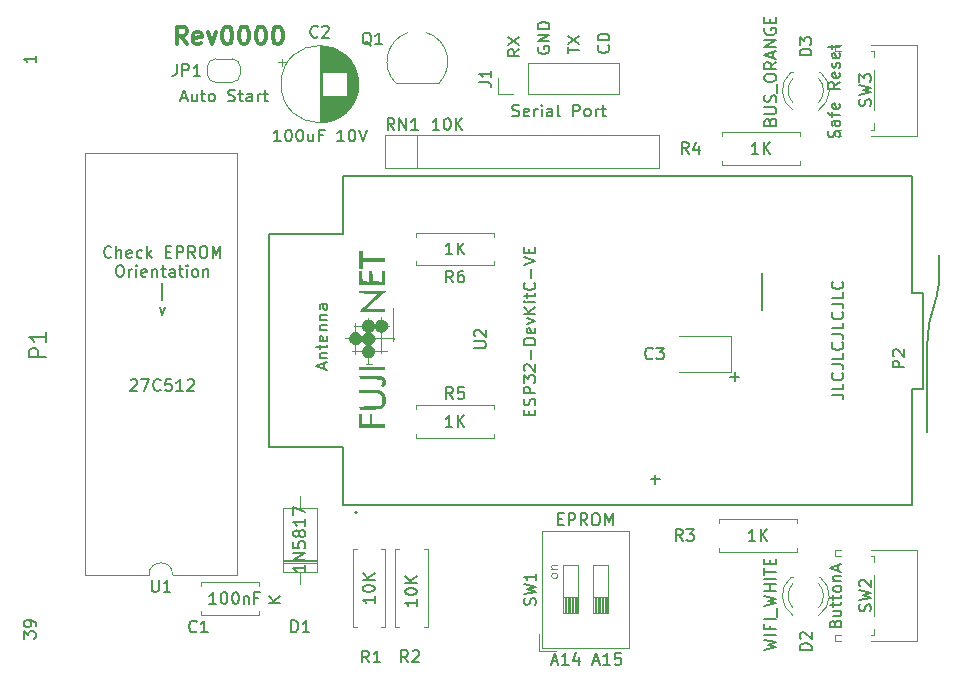
<source format=gbr>
%TF.GenerationSoftware,KiCad,Pcbnew,8.0.4*%
%TF.CreationDate,2024-08-25T21:49:16-05:00*%
%TF.ProjectId,CoCo-FujiNet-Rev0000,436f436f-2d46-4756-9a69-4e65742d5265,Rev 0000*%
%TF.SameCoordinates,Original*%
%TF.FileFunction,Legend,Top*%
%TF.FilePolarity,Positive*%
%FSLAX46Y46*%
G04 Gerber Fmt 4.6, Leading zero omitted, Abs format (unit mm)*
G04 Created by KiCad (PCBNEW 8.0.4) date 2024-08-25 21:49:16*
%MOMM*%
%LPD*%
G01*
G04 APERTURE LIST*
%ADD10C,0.150000*%
%ADD11C,0.300000*%
%ADD12C,0.120000*%
%ADD13C,0.127000*%
%ADD14C,0.200000*%
%ADD15C,0.000000*%
G04 APERTURE END LIST*
D10*
X115681666Y-82574748D02*
X115634047Y-82622368D01*
X115634047Y-82622368D02*
X115491190Y-82669987D01*
X115491190Y-82669987D02*
X115395952Y-82669987D01*
X115395952Y-82669987D02*
X115253095Y-82622368D01*
X115253095Y-82622368D02*
X115157857Y-82527129D01*
X115157857Y-82527129D02*
X115110238Y-82431891D01*
X115110238Y-82431891D02*
X115062619Y-82241415D01*
X115062619Y-82241415D02*
X115062619Y-82098558D01*
X115062619Y-82098558D02*
X115110238Y-81908082D01*
X115110238Y-81908082D02*
X115157857Y-81812844D01*
X115157857Y-81812844D02*
X115253095Y-81717606D01*
X115253095Y-81717606D02*
X115395952Y-81669987D01*
X115395952Y-81669987D02*
X115491190Y-81669987D01*
X115491190Y-81669987D02*
X115634047Y-81717606D01*
X115634047Y-81717606D02*
X115681666Y-81765225D01*
X116110238Y-82669987D02*
X116110238Y-81669987D01*
X116538809Y-82669987D02*
X116538809Y-82146177D01*
X116538809Y-82146177D02*
X116491190Y-82050939D01*
X116491190Y-82050939D02*
X116395952Y-82003320D01*
X116395952Y-82003320D02*
X116253095Y-82003320D01*
X116253095Y-82003320D02*
X116157857Y-82050939D01*
X116157857Y-82050939D02*
X116110238Y-82098558D01*
X117395952Y-82622368D02*
X117300714Y-82669987D01*
X117300714Y-82669987D02*
X117110238Y-82669987D01*
X117110238Y-82669987D02*
X117015000Y-82622368D01*
X117015000Y-82622368D02*
X116967381Y-82527129D01*
X116967381Y-82527129D02*
X116967381Y-82146177D01*
X116967381Y-82146177D02*
X117015000Y-82050939D01*
X117015000Y-82050939D02*
X117110238Y-82003320D01*
X117110238Y-82003320D02*
X117300714Y-82003320D01*
X117300714Y-82003320D02*
X117395952Y-82050939D01*
X117395952Y-82050939D02*
X117443571Y-82146177D01*
X117443571Y-82146177D02*
X117443571Y-82241415D01*
X117443571Y-82241415D02*
X116967381Y-82336653D01*
X118300714Y-82622368D02*
X118205476Y-82669987D01*
X118205476Y-82669987D02*
X118015000Y-82669987D01*
X118015000Y-82669987D02*
X117919762Y-82622368D01*
X117919762Y-82622368D02*
X117872143Y-82574748D01*
X117872143Y-82574748D02*
X117824524Y-82479510D01*
X117824524Y-82479510D02*
X117824524Y-82193796D01*
X117824524Y-82193796D02*
X117872143Y-82098558D01*
X117872143Y-82098558D02*
X117919762Y-82050939D01*
X117919762Y-82050939D02*
X118015000Y-82003320D01*
X118015000Y-82003320D02*
X118205476Y-82003320D01*
X118205476Y-82003320D02*
X118300714Y-82050939D01*
X118729286Y-82669987D02*
X118729286Y-81669987D01*
X118824524Y-82289034D02*
X119110238Y-82669987D01*
X119110238Y-82003320D02*
X118729286Y-82384272D01*
X120300715Y-82146177D02*
X120634048Y-82146177D01*
X120776905Y-82669987D02*
X120300715Y-82669987D01*
X120300715Y-82669987D02*
X120300715Y-81669987D01*
X120300715Y-81669987D02*
X120776905Y-81669987D01*
X121205477Y-82669987D02*
X121205477Y-81669987D01*
X121205477Y-81669987D02*
X121586429Y-81669987D01*
X121586429Y-81669987D02*
X121681667Y-81717606D01*
X121681667Y-81717606D02*
X121729286Y-81765225D01*
X121729286Y-81765225D02*
X121776905Y-81860463D01*
X121776905Y-81860463D02*
X121776905Y-82003320D01*
X121776905Y-82003320D02*
X121729286Y-82098558D01*
X121729286Y-82098558D02*
X121681667Y-82146177D01*
X121681667Y-82146177D02*
X121586429Y-82193796D01*
X121586429Y-82193796D02*
X121205477Y-82193796D01*
X122776905Y-82669987D02*
X122443572Y-82193796D01*
X122205477Y-82669987D02*
X122205477Y-81669987D01*
X122205477Y-81669987D02*
X122586429Y-81669987D01*
X122586429Y-81669987D02*
X122681667Y-81717606D01*
X122681667Y-81717606D02*
X122729286Y-81765225D01*
X122729286Y-81765225D02*
X122776905Y-81860463D01*
X122776905Y-81860463D02*
X122776905Y-82003320D01*
X122776905Y-82003320D02*
X122729286Y-82098558D01*
X122729286Y-82098558D02*
X122681667Y-82146177D01*
X122681667Y-82146177D02*
X122586429Y-82193796D01*
X122586429Y-82193796D02*
X122205477Y-82193796D01*
X123395953Y-81669987D02*
X123586429Y-81669987D01*
X123586429Y-81669987D02*
X123681667Y-81717606D01*
X123681667Y-81717606D02*
X123776905Y-81812844D01*
X123776905Y-81812844D02*
X123824524Y-82003320D01*
X123824524Y-82003320D02*
X123824524Y-82336653D01*
X123824524Y-82336653D02*
X123776905Y-82527129D01*
X123776905Y-82527129D02*
X123681667Y-82622368D01*
X123681667Y-82622368D02*
X123586429Y-82669987D01*
X123586429Y-82669987D02*
X123395953Y-82669987D01*
X123395953Y-82669987D02*
X123300715Y-82622368D01*
X123300715Y-82622368D02*
X123205477Y-82527129D01*
X123205477Y-82527129D02*
X123157858Y-82336653D01*
X123157858Y-82336653D02*
X123157858Y-82003320D01*
X123157858Y-82003320D02*
X123205477Y-81812844D01*
X123205477Y-81812844D02*
X123300715Y-81717606D01*
X123300715Y-81717606D02*
X123395953Y-81669987D01*
X124253096Y-82669987D02*
X124253096Y-81669987D01*
X124253096Y-81669987D02*
X124586429Y-82384272D01*
X124586429Y-82384272D02*
X124919762Y-81669987D01*
X124919762Y-81669987D02*
X124919762Y-82669987D01*
X116324523Y-83279931D02*
X116514999Y-83279931D01*
X116514999Y-83279931D02*
X116610237Y-83327550D01*
X116610237Y-83327550D02*
X116705475Y-83422788D01*
X116705475Y-83422788D02*
X116753094Y-83613264D01*
X116753094Y-83613264D02*
X116753094Y-83946597D01*
X116753094Y-83946597D02*
X116705475Y-84137073D01*
X116705475Y-84137073D02*
X116610237Y-84232312D01*
X116610237Y-84232312D02*
X116514999Y-84279931D01*
X116514999Y-84279931D02*
X116324523Y-84279931D01*
X116324523Y-84279931D02*
X116229285Y-84232312D01*
X116229285Y-84232312D02*
X116134047Y-84137073D01*
X116134047Y-84137073D02*
X116086428Y-83946597D01*
X116086428Y-83946597D02*
X116086428Y-83613264D01*
X116086428Y-83613264D02*
X116134047Y-83422788D01*
X116134047Y-83422788D02*
X116229285Y-83327550D01*
X116229285Y-83327550D02*
X116324523Y-83279931D01*
X117181666Y-84279931D02*
X117181666Y-83613264D01*
X117181666Y-83803740D02*
X117229285Y-83708502D01*
X117229285Y-83708502D02*
X117276904Y-83660883D01*
X117276904Y-83660883D02*
X117372142Y-83613264D01*
X117372142Y-83613264D02*
X117467380Y-83613264D01*
X117800714Y-84279931D02*
X117800714Y-83613264D01*
X117800714Y-83279931D02*
X117753095Y-83327550D01*
X117753095Y-83327550D02*
X117800714Y-83375169D01*
X117800714Y-83375169D02*
X117848333Y-83327550D01*
X117848333Y-83327550D02*
X117800714Y-83279931D01*
X117800714Y-83279931D02*
X117800714Y-83375169D01*
X118657856Y-84232312D02*
X118562618Y-84279931D01*
X118562618Y-84279931D02*
X118372142Y-84279931D01*
X118372142Y-84279931D02*
X118276904Y-84232312D01*
X118276904Y-84232312D02*
X118229285Y-84137073D01*
X118229285Y-84137073D02*
X118229285Y-83756121D01*
X118229285Y-83756121D02*
X118276904Y-83660883D01*
X118276904Y-83660883D02*
X118372142Y-83613264D01*
X118372142Y-83613264D02*
X118562618Y-83613264D01*
X118562618Y-83613264D02*
X118657856Y-83660883D01*
X118657856Y-83660883D02*
X118705475Y-83756121D01*
X118705475Y-83756121D02*
X118705475Y-83851359D01*
X118705475Y-83851359D02*
X118229285Y-83946597D01*
X119134047Y-83613264D02*
X119134047Y-84279931D01*
X119134047Y-83708502D02*
X119181666Y-83660883D01*
X119181666Y-83660883D02*
X119276904Y-83613264D01*
X119276904Y-83613264D02*
X119419761Y-83613264D01*
X119419761Y-83613264D02*
X119514999Y-83660883D01*
X119514999Y-83660883D02*
X119562618Y-83756121D01*
X119562618Y-83756121D02*
X119562618Y-84279931D01*
X119895952Y-83613264D02*
X120276904Y-83613264D01*
X120038809Y-83279931D02*
X120038809Y-84137073D01*
X120038809Y-84137073D02*
X120086428Y-84232312D01*
X120086428Y-84232312D02*
X120181666Y-84279931D01*
X120181666Y-84279931D02*
X120276904Y-84279931D01*
X121038809Y-84279931D02*
X121038809Y-83756121D01*
X121038809Y-83756121D02*
X120991190Y-83660883D01*
X120991190Y-83660883D02*
X120895952Y-83613264D01*
X120895952Y-83613264D02*
X120705476Y-83613264D01*
X120705476Y-83613264D02*
X120610238Y-83660883D01*
X121038809Y-84232312D02*
X120943571Y-84279931D01*
X120943571Y-84279931D02*
X120705476Y-84279931D01*
X120705476Y-84279931D02*
X120610238Y-84232312D01*
X120610238Y-84232312D02*
X120562619Y-84137073D01*
X120562619Y-84137073D02*
X120562619Y-84041835D01*
X120562619Y-84041835D02*
X120610238Y-83946597D01*
X120610238Y-83946597D02*
X120705476Y-83898978D01*
X120705476Y-83898978D02*
X120943571Y-83898978D01*
X120943571Y-83898978D02*
X121038809Y-83851359D01*
X121372143Y-83613264D02*
X121753095Y-83613264D01*
X121515000Y-83279931D02*
X121515000Y-84137073D01*
X121515000Y-84137073D02*
X121562619Y-84232312D01*
X121562619Y-84232312D02*
X121657857Y-84279931D01*
X121657857Y-84279931D02*
X121753095Y-84279931D01*
X122086429Y-84279931D02*
X122086429Y-83613264D01*
X122086429Y-83279931D02*
X122038810Y-83327550D01*
X122038810Y-83327550D02*
X122086429Y-83375169D01*
X122086429Y-83375169D02*
X122134048Y-83327550D01*
X122134048Y-83327550D02*
X122086429Y-83279931D01*
X122086429Y-83279931D02*
X122086429Y-83375169D01*
X122705476Y-84279931D02*
X122610238Y-84232312D01*
X122610238Y-84232312D02*
X122562619Y-84184692D01*
X122562619Y-84184692D02*
X122515000Y-84089454D01*
X122515000Y-84089454D02*
X122515000Y-83803740D01*
X122515000Y-83803740D02*
X122562619Y-83708502D01*
X122562619Y-83708502D02*
X122610238Y-83660883D01*
X122610238Y-83660883D02*
X122705476Y-83613264D01*
X122705476Y-83613264D02*
X122848333Y-83613264D01*
X122848333Y-83613264D02*
X122943571Y-83660883D01*
X122943571Y-83660883D02*
X122991190Y-83708502D01*
X122991190Y-83708502D02*
X123038809Y-83803740D01*
X123038809Y-83803740D02*
X123038809Y-84089454D01*
X123038809Y-84089454D02*
X122991190Y-84184692D01*
X122991190Y-84184692D02*
X122943571Y-84232312D01*
X122943571Y-84232312D02*
X122848333Y-84279931D01*
X122848333Y-84279931D02*
X122705476Y-84279931D01*
X123467381Y-83613264D02*
X123467381Y-84279931D01*
X123467381Y-83708502D02*
X123515000Y-83660883D01*
X123515000Y-83660883D02*
X123610238Y-83613264D01*
X123610238Y-83613264D02*
X123753095Y-83613264D01*
X123753095Y-83613264D02*
X123848333Y-83660883D01*
X123848333Y-83660883D02*
X123895952Y-83756121D01*
X123895952Y-83756121D02*
X123895952Y-84279931D01*
X120015000Y-86223208D02*
X120015000Y-84794636D01*
X119776905Y-86833152D02*
X120015000Y-87499819D01*
X120015000Y-87499819D02*
X120253095Y-86833152D01*
X133696104Y-92039839D02*
X133696104Y-91563649D01*
X133981819Y-92135077D02*
X132981819Y-91801744D01*
X132981819Y-91801744D02*
X133981819Y-91468411D01*
X133315152Y-91135077D02*
X133981819Y-91135077D01*
X133410390Y-91135077D02*
X133362771Y-91087458D01*
X133362771Y-91087458D02*
X133315152Y-90992220D01*
X133315152Y-90992220D02*
X133315152Y-90849363D01*
X133315152Y-90849363D02*
X133362771Y-90754125D01*
X133362771Y-90754125D02*
X133458009Y-90706506D01*
X133458009Y-90706506D02*
X133981819Y-90706506D01*
X133315152Y-90373172D02*
X133315152Y-89992220D01*
X132981819Y-90230315D02*
X133838961Y-90230315D01*
X133838961Y-90230315D02*
X133934200Y-90182696D01*
X133934200Y-90182696D02*
X133981819Y-90087458D01*
X133981819Y-90087458D02*
X133981819Y-89992220D01*
X133934200Y-89277934D02*
X133981819Y-89373172D01*
X133981819Y-89373172D02*
X133981819Y-89563648D01*
X133981819Y-89563648D02*
X133934200Y-89658886D01*
X133934200Y-89658886D02*
X133838961Y-89706505D01*
X133838961Y-89706505D02*
X133458009Y-89706505D01*
X133458009Y-89706505D02*
X133362771Y-89658886D01*
X133362771Y-89658886D02*
X133315152Y-89563648D01*
X133315152Y-89563648D02*
X133315152Y-89373172D01*
X133315152Y-89373172D02*
X133362771Y-89277934D01*
X133362771Y-89277934D02*
X133458009Y-89230315D01*
X133458009Y-89230315D02*
X133553247Y-89230315D01*
X133553247Y-89230315D02*
X133648485Y-89706505D01*
X133315152Y-88801743D02*
X133981819Y-88801743D01*
X133410390Y-88801743D02*
X133362771Y-88754124D01*
X133362771Y-88754124D02*
X133315152Y-88658886D01*
X133315152Y-88658886D02*
X133315152Y-88516029D01*
X133315152Y-88516029D02*
X133362771Y-88420791D01*
X133362771Y-88420791D02*
X133458009Y-88373172D01*
X133458009Y-88373172D02*
X133981819Y-88373172D01*
X133315152Y-87896981D02*
X133981819Y-87896981D01*
X133410390Y-87896981D02*
X133362771Y-87849362D01*
X133362771Y-87849362D02*
X133315152Y-87754124D01*
X133315152Y-87754124D02*
X133315152Y-87611267D01*
X133315152Y-87611267D02*
X133362771Y-87516029D01*
X133362771Y-87516029D02*
X133458009Y-87468410D01*
X133458009Y-87468410D02*
X133981819Y-87468410D01*
X133981819Y-86563648D02*
X133458009Y-86563648D01*
X133458009Y-86563648D02*
X133362771Y-86611267D01*
X133362771Y-86611267D02*
X133315152Y-86706505D01*
X133315152Y-86706505D02*
X133315152Y-86896981D01*
X133315152Y-86896981D02*
X133362771Y-86992219D01*
X133934200Y-86563648D02*
X133981819Y-86658886D01*
X133981819Y-86658886D02*
X133981819Y-86896981D01*
X133981819Y-86896981D02*
X133934200Y-86992219D01*
X133934200Y-86992219D02*
X133838961Y-87039838D01*
X133838961Y-87039838D02*
X133743723Y-87039838D01*
X133743723Y-87039838D02*
X133648485Y-86992219D01*
X133648485Y-86992219D02*
X133600866Y-86896981D01*
X133600866Y-86896981D02*
X133600866Y-86658886D01*
X133600866Y-86658886D02*
X133553247Y-86563648D01*
X162108151Y-101390433D02*
X161346247Y-101390433D01*
X161727199Y-101009480D02*
X161727199Y-101771385D01*
X168103779Y-92706866D02*
X168865684Y-92706866D01*
X168484731Y-93087819D02*
X168484731Y-92325914D01*
X152968560Y-116830504D02*
X153444750Y-116830504D01*
X152873322Y-117116219D02*
X153206655Y-116116219D01*
X153206655Y-116116219D02*
X153539988Y-117116219D01*
X154397131Y-117116219D02*
X153825703Y-117116219D01*
X154111417Y-117116219D02*
X154111417Y-116116219D01*
X154111417Y-116116219D02*
X154016179Y-116259076D01*
X154016179Y-116259076D02*
X153920941Y-116354314D01*
X153920941Y-116354314D02*
X153825703Y-116401933D01*
X155254274Y-116449552D02*
X155254274Y-117116219D01*
X155016179Y-116068600D02*
X154778084Y-116782885D01*
X154778084Y-116782885D02*
X155397131Y-116782885D01*
X156492370Y-116830504D02*
X156968560Y-116830504D01*
X156397132Y-117116219D02*
X156730465Y-116116219D01*
X156730465Y-116116219D02*
X157063798Y-117116219D01*
X157920941Y-117116219D02*
X157349513Y-117116219D01*
X157635227Y-117116219D02*
X157635227Y-116116219D01*
X157635227Y-116116219D02*
X157539989Y-116259076D01*
X157539989Y-116259076D02*
X157444751Y-116354314D01*
X157444751Y-116354314D02*
X157349513Y-116401933D01*
X158825703Y-116116219D02*
X158349513Y-116116219D01*
X158349513Y-116116219D02*
X158301894Y-116592409D01*
X158301894Y-116592409D02*
X158349513Y-116544790D01*
X158349513Y-116544790D02*
X158444751Y-116497171D01*
X158444751Y-116497171D02*
X158682846Y-116497171D01*
X158682846Y-116497171D02*
X158778084Y-116544790D01*
X158778084Y-116544790D02*
X158825703Y-116592409D01*
X158825703Y-116592409D02*
X158873322Y-116687647D01*
X158873322Y-116687647D02*
X158873322Y-116925742D01*
X158873322Y-116925742D02*
X158825703Y-117020980D01*
X158825703Y-117020980D02*
X158778084Y-117068600D01*
X158778084Y-117068600D02*
X158682846Y-117116219D01*
X158682846Y-117116219D02*
X158444751Y-117116219D01*
X158444751Y-117116219D02*
X158349513Y-117068600D01*
X158349513Y-117068600D02*
X158301894Y-117020980D01*
X157762580Y-64662160D02*
X157810200Y-64709779D01*
X157810200Y-64709779D02*
X157857819Y-64852636D01*
X157857819Y-64852636D02*
X157857819Y-64947874D01*
X157857819Y-64947874D02*
X157810200Y-65090731D01*
X157810200Y-65090731D02*
X157714961Y-65185969D01*
X157714961Y-65185969D02*
X157619723Y-65233588D01*
X157619723Y-65233588D02*
X157429247Y-65281207D01*
X157429247Y-65281207D02*
X157286390Y-65281207D01*
X157286390Y-65281207D02*
X157095914Y-65233588D01*
X157095914Y-65233588D02*
X157000676Y-65185969D01*
X157000676Y-65185969D02*
X156905438Y-65090731D01*
X156905438Y-65090731D02*
X156857819Y-64947874D01*
X156857819Y-64947874D02*
X156857819Y-64852636D01*
X156857819Y-64852636D02*
X156905438Y-64709779D01*
X156905438Y-64709779D02*
X156953057Y-64662160D01*
X157857819Y-64233588D02*
X156857819Y-64233588D01*
X156857819Y-64233588D02*
X156857819Y-63995493D01*
X156857819Y-63995493D02*
X156905438Y-63852636D01*
X156905438Y-63852636D02*
X157000676Y-63757398D01*
X157000676Y-63757398D02*
X157095914Y-63709779D01*
X157095914Y-63709779D02*
X157286390Y-63662160D01*
X157286390Y-63662160D02*
X157429247Y-63662160D01*
X157429247Y-63662160D02*
X157619723Y-63709779D01*
X157619723Y-63709779D02*
X157714961Y-63757398D01*
X157714961Y-63757398D02*
X157810200Y-63852636D01*
X157810200Y-63852636D02*
X157857819Y-63995493D01*
X157857819Y-63995493D02*
X157857819Y-64233588D01*
X151825438Y-64798411D02*
X151777819Y-64893649D01*
X151777819Y-64893649D02*
X151777819Y-65036506D01*
X151777819Y-65036506D02*
X151825438Y-65179363D01*
X151825438Y-65179363D02*
X151920676Y-65274601D01*
X151920676Y-65274601D02*
X152015914Y-65322220D01*
X152015914Y-65322220D02*
X152206390Y-65369839D01*
X152206390Y-65369839D02*
X152349247Y-65369839D01*
X152349247Y-65369839D02*
X152539723Y-65322220D01*
X152539723Y-65322220D02*
X152634961Y-65274601D01*
X152634961Y-65274601D02*
X152730200Y-65179363D01*
X152730200Y-65179363D02*
X152777819Y-65036506D01*
X152777819Y-65036506D02*
X152777819Y-64941268D01*
X152777819Y-64941268D02*
X152730200Y-64798411D01*
X152730200Y-64798411D02*
X152682580Y-64750792D01*
X152682580Y-64750792D02*
X152349247Y-64750792D01*
X152349247Y-64750792D02*
X152349247Y-64941268D01*
X152777819Y-64322220D02*
X151777819Y-64322220D01*
X151777819Y-64322220D02*
X152777819Y-63750792D01*
X152777819Y-63750792D02*
X151777819Y-63750792D01*
X152777819Y-63274601D02*
X151777819Y-63274601D01*
X151777819Y-63274601D02*
X151777819Y-63036506D01*
X151777819Y-63036506D02*
X151825438Y-62893649D01*
X151825438Y-62893649D02*
X151920676Y-62798411D01*
X151920676Y-62798411D02*
X152015914Y-62750792D01*
X152015914Y-62750792D02*
X152206390Y-62703173D01*
X152206390Y-62703173D02*
X152349247Y-62703173D01*
X152349247Y-62703173D02*
X152539723Y-62750792D01*
X152539723Y-62750792D02*
X152634961Y-62798411D01*
X152634961Y-62798411D02*
X152730200Y-62893649D01*
X152730200Y-62893649D02*
X152777819Y-63036506D01*
X152777819Y-63036506D02*
X152777819Y-63274601D01*
X150237819Y-64995541D02*
X149761628Y-65328874D01*
X150237819Y-65566969D02*
X149237819Y-65566969D01*
X149237819Y-65566969D02*
X149237819Y-65186017D01*
X149237819Y-65186017D02*
X149285438Y-65090779D01*
X149285438Y-65090779D02*
X149333057Y-65043160D01*
X149333057Y-65043160D02*
X149428295Y-64995541D01*
X149428295Y-64995541D02*
X149571152Y-64995541D01*
X149571152Y-64995541D02*
X149666390Y-65043160D01*
X149666390Y-65043160D02*
X149714009Y-65090779D01*
X149714009Y-65090779D02*
X149761628Y-65186017D01*
X149761628Y-65186017D02*
X149761628Y-65566969D01*
X149237819Y-64662207D02*
X150237819Y-63995541D01*
X149237819Y-63995541D02*
X150237819Y-64662207D01*
X176669819Y-94246506D02*
X177384104Y-94246506D01*
X177384104Y-94246506D02*
X177526961Y-94294125D01*
X177526961Y-94294125D02*
X177622200Y-94389363D01*
X177622200Y-94389363D02*
X177669819Y-94532220D01*
X177669819Y-94532220D02*
X177669819Y-94627458D01*
X177669819Y-93294125D02*
X177669819Y-93770315D01*
X177669819Y-93770315D02*
X176669819Y-93770315D01*
X177574580Y-92389363D02*
X177622200Y-92436982D01*
X177622200Y-92436982D02*
X177669819Y-92579839D01*
X177669819Y-92579839D02*
X177669819Y-92675077D01*
X177669819Y-92675077D02*
X177622200Y-92817934D01*
X177622200Y-92817934D02*
X177526961Y-92913172D01*
X177526961Y-92913172D02*
X177431723Y-92960791D01*
X177431723Y-92960791D02*
X177241247Y-93008410D01*
X177241247Y-93008410D02*
X177098390Y-93008410D01*
X177098390Y-93008410D02*
X176907914Y-92960791D01*
X176907914Y-92960791D02*
X176812676Y-92913172D01*
X176812676Y-92913172D02*
X176717438Y-92817934D01*
X176717438Y-92817934D02*
X176669819Y-92675077D01*
X176669819Y-92675077D02*
X176669819Y-92579839D01*
X176669819Y-92579839D02*
X176717438Y-92436982D01*
X176717438Y-92436982D02*
X176765057Y-92389363D01*
X176669819Y-91675077D02*
X177384104Y-91675077D01*
X177384104Y-91675077D02*
X177526961Y-91722696D01*
X177526961Y-91722696D02*
X177622200Y-91817934D01*
X177622200Y-91817934D02*
X177669819Y-91960791D01*
X177669819Y-91960791D02*
X177669819Y-92056029D01*
X177669819Y-90722696D02*
X177669819Y-91198886D01*
X177669819Y-91198886D02*
X176669819Y-91198886D01*
X177574580Y-89817934D02*
X177622200Y-89865553D01*
X177622200Y-89865553D02*
X177669819Y-90008410D01*
X177669819Y-90008410D02*
X177669819Y-90103648D01*
X177669819Y-90103648D02*
X177622200Y-90246505D01*
X177622200Y-90246505D02*
X177526961Y-90341743D01*
X177526961Y-90341743D02*
X177431723Y-90389362D01*
X177431723Y-90389362D02*
X177241247Y-90436981D01*
X177241247Y-90436981D02*
X177098390Y-90436981D01*
X177098390Y-90436981D02*
X176907914Y-90389362D01*
X176907914Y-90389362D02*
X176812676Y-90341743D01*
X176812676Y-90341743D02*
X176717438Y-90246505D01*
X176717438Y-90246505D02*
X176669819Y-90103648D01*
X176669819Y-90103648D02*
X176669819Y-90008410D01*
X176669819Y-90008410D02*
X176717438Y-89865553D01*
X176717438Y-89865553D02*
X176765057Y-89817934D01*
X176669819Y-89103648D02*
X177384104Y-89103648D01*
X177384104Y-89103648D02*
X177526961Y-89151267D01*
X177526961Y-89151267D02*
X177622200Y-89246505D01*
X177622200Y-89246505D02*
X177669819Y-89389362D01*
X177669819Y-89389362D02*
X177669819Y-89484600D01*
X177669819Y-88151267D02*
X177669819Y-88627457D01*
X177669819Y-88627457D02*
X176669819Y-88627457D01*
X177574580Y-87246505D02*
X177622200Y-87294124D01*
X177622200Y-87294124D02*
X177669819Y-87436981D01*
X177669819Y-87436981D02*
X177669819Y-87532219D01*
X177669819Y-87532219D02*
X177622200Y-87675076D01*
X177622200Y-87675076D02*
X177526961Y-87770314D01*
X177526961Y-87770314D02*
X177431723Y-87817933D01*
X177431723Y-87817933D02*
X177241247Y-87865552D01*
X177241247Y-87865552D02*
X177098390Y-87865552D01*
X177098390Y-87865552D02*
X176907914Y-87817933D01*
X176907914Y-87817933D02*
X176812676Y-87770314D01*
X176812676Y-87770314D02*
X176717438Y-87675076D01*
X176717438Y-87675076D02*
X176669819Y-87532219D01*
X176669819Y-87532219D02*
X176669819Y-87436981D01*
X176669819Y-87436981D02*
X176717438Y-87294124D01*
X176717438Y-87294124D02*
X176765057Y-87246505D01*
X176669819Y-86532219D02*
X177384104Y-86532219D01*
X177384104Y-86532219D02*
X177526961Y-86579838D01*
X177526961Y-86579838D02*
X177622200Y-86675076D01*
X177622200Y-86675076D02*
X177669819Y-86817933D01*
X177669819Y-86817933D02*
X177669819Y-86913171D01*
X177669819Y-85579838D02*
X177669819Y-86056028D01*
X177669819Y-86056028D02*
X176669819Y-86056028D01*
X177574580Y-84675076D02*
X177622200Y-84722695D01*
X177622200Y-84722695D02*
X177669819Y-84865552D01*
X177669819Y-84865552D02*
X177669819Y-84960790D01*
X177669819Y-84960790D02*
X177622200Y-85103647D01*
X177622200Y-85103647D02*
X177526961Y-85198885D01*
X177526961Y-85198885D02*
X177431723Y-85246504D01*
X177431723Y-85246504D02*
X177241247Y-85294123D01*
X177241247Y-85294123D02*
X177098390Y-85294123D01*
X177098390Y-85294123D02*
X176907914Y-85246504D01*
X176907914Y-85246504D02*
X176812676Y-85198885D01*
X176812676Y-85198885D02*
X176717438Y-85103647D01*
X176717438Y-85103647D02*
X176669819Y-84960790D01*
X176669819Y-84960790D02*
X176669819Y-84865552D01*
X176669819Y-84865552D02*
X176717438Y-84722695D01*
X176717438Y-84722695D02*
X176765057Y-84675076D01*
D11*
X122061653Y-64570828D02*
X121561653Y-63856542D01*
X121204510Y-64570828D02*
X121204510Y-63070828D01*
X121204510Y-63070828D02*
X121775939Y-63070828D01*
X121775939Y-63070828D02*
X121918796Y-63142257D01*
X121918796Y-63142257D02*
X121990225Y-63213685D01*
X121990225Y-63213685D02*
X122061653Y-63356542D01*
X122061653Y-63356542D02*
X122061653Y-63570828D01*
X122061653Y-63570828D02*
X121990225Y-63713685D01*
X121990225Y-63713685D02*
X121918796Y-63785114D01*
X121918796Y-63785114D02*
X121775939Y-63856542D01*
X121775939Y-63856542D02*
X121204510Y-63856542D01*
X123275939Y-64499400D02*
X123133082Y-64570828D01*
X123133082Y-64570828D02*
X122847368Y-64570828D01*
X122847368Y-64570828D02*
X122704510Y-64499400D01*
X122704510Y-64499400D02*
X122633082Y-64356542D01*
X122633082Y-64356542D02*
X122633082Y-63785114D01*
X122633082Y-63785114D02*
X122704510Y-63642257D01*
X122704510Y-63642257D02*
X122847368Y-63570828D01*
X122847368Y-63570828D02*
X123133082Y-63570828D01*
X123133082Y-63570828D02*
X123275939Y-63642257D01*
X123275939Y-63642257D02*
X123347368Y-63785114D01*
X123347368Y-63785114D02*
X123347368Y-63927971D01*
X123347368Y-63927971D02*
X122633082Y-64070828D01*
X123847367Y-63570828D02*
X124204510Y-64570828D01*
X124204510Y-64570828D02*
X124561653Y-63570828D01*
X125418796Y-63070828D02*
X125561653Y-63070828D01*
X125561653Y-63070828D02*
X125704510Y-63142257D01*
X125704510Y-63142257D02*
X125775939Y-63213685D01*
X125775939Y-63213685D02*
X125847367Y-63356542D01*
X125847367Y-63356542D02*
X125918796Y-63642257D01*
X125918796Y-63642257D02*
X125918796Y-63999400D01*
X125918796Y-63999400D02*
X125847367Y-64285114D01*
X125847367Y-64285114D02*
X125775939Y-64427971D01*
X125775939Y-64427971D02*
X125704510Y-64499400D01*
X125704510Y-64499400D02*
X125561653Y-64570828D01*
X125561653Y-64570828D02*
X125418796Y-64570828D01*
X125418796Y-64570828D02*
X125275939Y-64499400D01*
X125275939Y-64499400D02*
X125204510Y-64427971D01*
X125204510Y-64427971D02*
X125133081Y-64285114D01*
X125133081Y-64285114D02*
X125061653Y-63999400D01*
X125061653Y-63999400D02*
X125061653Y-63642257D01*
X125061653Y-63642257D02*
X125133081Y-63356542D01*
X125133081Y-63356542D02*
X125204510Y-63213685D01*
X125204510Y-63213685D02*
X125275939Y-63142257D01*
X125275939Y-63142257D02*
X125418796Y-63070828D01*
X126847367Y-63070828D02*
X126990224Y-63070828D01*
X126990224Y-63070828D02*
X127133081Y-63142257D01*
X127133081Y-63142257D02*
X127204510Y-63213685D01*
X127204510Y-63213685D02*
X127275938Y-63356542D01*
X127275938Y-63356542D02*
X127347367Y-63642257D01*
X127347367Y-63642257D02*
X127347367Y-63999400D01*
X127347367Y-63999400D02*
X127275938Y-64285114D01*
X127275938Y-64285114D02*
X127204510Y-64427971D01*
X127204510Y-64427971D02*
X127133081Y-64499400D01*
X127133081Y-64499400D02*
X126990224Y-64570828D01*
X126990224Y-64570828D02*
X126847367Y-64570828D01*
X126847367Y-64570828D02*
X126704510Y-64499400D01*
X126704510Y-64499400D02*
X126633081Y-64427971D01*
X126633081Y-64427971D02*
X126561652Y-64285114D01*
X126561652Y-64285114D02*
X126490224Y-63999400D01*
X126490224Y-63999400D02*
X126490224Y-63642257D01*
X126490224Y-63642257D02*
X126561652Y-63356542D01*
X126561652Y-63356542D02*
X126633081Y-63213685D01*
X126633081Y-63213685D02*
X126704510Y-63142257D01*
X126704510Y-63142257D02*
X126847367Y-63070828D01*
X128275938Y-63070828D02*
X128418795Y-63070828D01*
X128418795Y-63070828D02*
X128561652Y-63142257D01*
X128561652Y-63142257D02*
X128633081Y-63213685D01*
X128633081Y-63213685D02*
X128704509Y-63356542D01*
X128704509Y-63356542D02*
X128775938Y-63642257D01*
X128775938Y-63642257D02*
X128775938Y-63999400D01*
X128775938Y-63999400D02*
X128704509Y-64285114D01*
X128704509Y-64285114D02*
X128633081Y-64427971D01*
X128633081Y-64427971D02*
X128561652Y-64499400D01*
X128561652Y-64499400D02*
X128418795Y-64570828D01*
X128418795Y-64570828D02*
X128275938Y-64570828D01*
X128275938Y-64570828D02*
X128133081Y-64499400D01*
X128133081Y-64499400D02*
X128061652Y-64427971D01*
X128061652Y-64427971D02*
X127990223Y-64285114D01*
X127990223Y-64285114D02*
X127918795Y-63999400D01*
X127918795Y-63999400D02*
X127918795Y-63642257D01*
X127918795Y-63642257D02*
X127990223Y-63356542D01*
X127990223Y-63356542D02*
X128061652Y-63213685D01*
X128061652Y-63213685D02*
X128133081Y-63142257D01*
X128133081Y-63142257D02*
X128275938Y-63070828D01*
X129704509Y-63070828D02*
X129847366Y-63070828D01*
X129847366Y-63070828D02*
X129990223Y-63142257D01*
X129990223Y-63142257D02*
X130061652Y-63213685D01*
X130061652Y-63213685D02*
X130133080Y-63356542D01*
X130133080Y-63356542D02*
X130204509Y-63642257D01*
X130204509Y-63642257D02*
X130204509Y-63999400D01*
X130204509Y-63999400D02*
X130133080Y-64285114D01*
X130133080Y-64285114D02*
X130061652Y-64427971D01*
X130061652Y-64427971D02*
X129990223Y-64499400D01*
X129990223Y-64499400D02*
X129847366Y-64570828D01*
X129847366Y-64570828D02*
X129704509Y-64570828D01*
X129704509Y-64570828D02*
X129561652Y-64499400D01*
X129561652Y-64499400D02*
X129490223Y-64427971D01*
X129490223Y-64427971D02*
X129418794Y-64285114D01*
X129418794Y-64285114D02*
X129347366Y-63999400D01*
X129347366Y-63999400D02*
X129347366Y-63642257D01*
X129347366Y-63642257D02*
X129418794Y-63356542D01*
X129418794Y-63356542D02*
X129490223Y-63213685D01*
X129490223Y-63213685D02*
X129561652Y-63142257D01*
X129561652Y-63142257D02*
X129704509Y-63070828D01*
D10*
X154317819Y-65344731D02*
X154317819Y-64773303D01*
X155317819Y-65059017D02*
X154317819Y-65059017D01*
X154317819Y-64535207D02*
X155317819Y-63868541D01*
X154317819Y-63868541D02*
X155317819Y-64535207D01*
X119111095Y-109929319D02*
X119111095Y-110738842D01*
X119111095Y-110738842D02*
X119158714Y-110834080D01*
X119158714Y-110834080D02*
X119206333Y-110881700D01*
X119206333Y-110881700D02*
X119301571Y-110929319D01*
X119301571Y-110929319D02*
X119492047Y-110929319D01*
X119492047Y-110929319D02*
X119587285Y-110881700D01*
X119587285Y-110881700D02*
X119634904Y-110834080D01*
X119634904Y-110834080D02*
X119682523Y-110738842D01*
X119682523Y-110738842D02*
X119682523Y-109929319D01*
X120682523Y-110929319D02*
X120111095Y-110929319D01*
X120396809Y-110929319D02*
X120396809Y-109929319D01*
X120396809Y-109929319D02*
X120301571Y-110072176D01*
X120301571Y-110072176D02*
X120206333Y-110167414D01*
X120206333Y-110167414D02*
X120111095Y-110215033D01*
X117324524Y-93022057D02*
X117372143Y-92974438D01*
X117372143Y-92974438D02*
X117467381Y-92926819D01*
X117467381Y-92926819D02*
X117705476Y-92926819D01*
X117705476Y-92926819D02*
X117800714Y-92974438D01*
X117800714Y-92974438D02*
X117848333Y-93022057D01*
X117848333Y-93022057D02*
X117895952Y-93117295D01*
X117895952Y-93117295D02*
X117895952Y-93212533D01*
X117895952Y-93212533D02*
X117848333Y-93355390D01*
X117848333Y-93355390D02*
X117276905Y-93926819D01*
X117276905Y-93926819D02*
X117895952Y-93926819D01*
X118229286Y-92926819D02*
X118895952Y-92926819D01*
X118895952Y-92926819D02*
X118467381Y-93926819D01*
X119848333Y-93831580D02*
X119800714Y-93879200D01*
X119800714Y-93879200D02*
X119657857Y-93926819D01*
X119657857Y-93926819D02*
X119562619Y-93926819D01*
X119562619Y-93926819D02*
X119419762Y-93879200D01*
X119419762Y-93879200D02*
X119324524Y-93783961D01*
X119324524Y-93783961D02*
X119276905Y-93688723D01*
X119276905Y-93688723D02*
X119229286Y-93498247D01*
X119229286Y-93498247D02*
X119229286Y-93355390D01*
X119229286Y-93355390D02*
X119276905Y-93164914D01*
X119276905Y-93164914D02*
X119324524Y-93069676D01*
X119324524Y-93069676D02*
X119419762Y-92974438D01*
X119419762Y-92974438D02*
X119562619Y-92926819D01*
X119562619Y-92926819D02*
X119657857Y-92926819D01*
X119657857Y-92926819D02*
X119800714Y-92974438D01*
X119800714Y-92974438D02*
X119848333Y-93022057D01*
X120753095Y-92926819D02*
X120276905Y-92926819D01*
X120276905Y-92926819D02*
X120229286Y-93403009D01*
X120229286Y-93403009D02*
X120276905Y-93355390D01*
X120276905Y-93355390D02*
X120372143Y-93307771D01*
X120372143Y-93307771D02*
X120610238Y-93307771D01*
X120610238Y-93307771D02*
X120705476Y-93355390D01*
X120705476Y-93355390D02*
X120753095Y-93403009D01*
X120753095Y-93403009D02*
X120800714Y-93498247D01*
X120800714Y-93498247D02*
X120800714Y-93736342D01*
X120800714Y-93736342D02*
X120753095Y-93831580D01*
X120753095Y-93831580D02*
X120705476Y-93879200D01*
X120705476Y-93879200D02*
X120610238Y-93926819D01*
X120610238Y-93926819D02*
X120372143Y-93926819D01*
X120372143Y-93926819D02*
X120276905Y-93879200D01*
X120276905Y-93879200D02*
X120229286Y-93831580D01*
X121753095Y-93926819D02*
X121181667Y-93926819D01*
X121467381Y-93926819D02*
X121467381Y-92926819D01*
X121467381Y-92926819D02*
X121372143Y-93069676D01*
X121372143Y-93069676D02*
X121276905Y-93164914D01*
X121276905Y-93164914D02*
X121181667Y-93212533D01*
X122134048Y-93022057D02*
X122181667Y-92974438D01*
X122181667Y-92974438D02*
X122276905Y-92926819D01*
X122276905Y-92926819D02*
X122515000Y-92926819D01*
X122515000Y-92926819D02*
X122610238Y-92974438D01*
X122610238Y-92974438D02*
X122657857Y-93022057D01*
X122657857Y-93022057D02*
X122705476Y-93117295D01*
X122705476Y-93117295D02*
X122705476Y-93212533D01*
X122705476Y-93212533D02*
X122657857Y-93355390D01*
X122657857Y-93355390D02*
X122086429Y-93926819D01*
X122086429Y-93926819D02*
X122705476Y-93926819D01*
X174968819Y-115864794D02*
X173968819Y-115864794D01*
X173968819Y-115864794D02*
X173968819Y-115626699D01*
X173968819Y-115626699D02*
X174016438Y-115483842D01*
X174016438Y-115483842D02*
X174111676Y-115388604D01*
X174111676Y-115388604D02*
X174206914Y-115340985D01*
X174206914Y-115340985D02*
X174397390Y-115293366D01*
X174397390Y-115293366D02*
X174540247Y-115293366D01*
X174540247Y-115293366D02*
X174730723Y-115340985D01*
X174730723Y-115340985D02*
X174825961Y-115388604D01*
X174825961Y-115388604D02*
X174921200Y-115483842D01*
X174921200Y-115483842D02*
X174968819Y-115626699D01*
X174968819Y-115626699D02*
X174968819Y-115864794D01*
X174064057Y-114912413D02*
X174016438Y-114864794D01*
X174016438Y-114864794D02*
X173968819Y-114769556D01*
X173968819Y-114769556D02*
X173968819Y-114531461D01*
X173968819Y-114531461D02*
X174016438Y-114436223D01*
X174016438Y-114436223D02*
X174064057Y-114388604D01*
X174064057Y-114388604D02*
X174159295Y-114340985D01*
X174159295Y-114340985D02*
X174254533Y-114340985D01*
X174254533Y-114340985D02*
X174397390Y-114388604D01*
X174397390Y-114388604D02*
X174968819Y-114960032D01*
X174968819Y-114960032D02*
X174968819Y-114340985D01*
X170972819Y-115832651D02*
X171972819Y-115594556D01*
X171972819Y-115594556D02*
X171258533Y-115404080D01*
X171258533Y-115404080D02*
X171972819Y-115213604D01*
X171972819Y-115213604D02*
X170972819Y-114975509D01*
X171972819Y-114594556D02*
X170972819Y-114594556D01*
X171449009Y-113785033D02*
X171449009Y-114118366D01*
X171972819Y-114118366D02*
X170972819Y-114118366D01*
X170972819Y-114118366D02*
X170972819Y-113642176D01*
X171972819Y-113261223D02*
X170972819Y-113261223D01*
X172068057Y-113023129D02*
X172068057Y-112261224D01*
X170972819Y-112118366D02*
X171972819Y-111880271D01*
X171972819Y-111880271D02*
X171258533Y-111689795D01*
X171258533Y-111689795D02*
X171972819Y-111499319D01*
X171972819Y-111499319D02*
X170972819Y-111261224D01*
X171972819Y-110880271D02*
X170972819Y-110880271D01*
X171449009Y-110880271D02*
X171449009Y-110308843D01*
X171972819Y-110308843D02*
X170972819Y-110308843D01*
X171972819Y-109832652D02*
X170972819Y-109832652D01*
X170972819Y-109499319D02*
X170972819Y-108927891D01*
X171972819Y-109213605D02*
X170972819Y-109213605D01*
X171449009Y-108594557D02*
X171449009Y-108261224D01*
X171972819Y-108118367D02*
X171972819Y-108594557D01*
X171972819Y-108594557D02*
X170972819Y-108594557D01*
X170972819Y-108594557D02*
X170972819Y-108118367D01*
X179956200Y-112570532D02*
X180003819Y-112427675D01*
X180003819Y-112427675D02*
X180003819Y-112189580D01*
X180003819Y-112189580D02*
X179956200Y-112094342D01*
X179956200Y-112094342D02*
X179908580Y-112046723D01*
X179908580Y-112046723D02*
X179813342Y-111999104D01*
X179813342Y-111999104D02*
X179718104Y-111999104D01*
X179718104Y-111999104D02*
X179622866Y-112046723D01*
X179622866Y-112046723D02*
X179575247Y-112094342D01*
X179575247Y-112094342D02*
X179527628Y-112189580D01*
X179527628Y-112189580D02*
X179480009Y-112380056D01*
X179480009Y-112380056D02*
X179432390Y-112475294D01*
X179432390Y-112475294D02*
X179384771Y-112522913D01*
X179384771Y-112522913D02*
X179289533Y-112570532D01*
X179289533Y-112570532D02*
X179194295Y-112570532D01*
X179194295Y-112570532D02*
X179099057Y-112522913D01*
X179099057Y-112522913D02*
X179051438Y-112475294D01*
X179051438Y-112475294D02*
X179003819Y-112380056D01*
X179003819Y-112380056D02*
X179003819Y-112141961D01*
X179003819Y-112141961D02*
X179051438Y-111999104D01*
X179003819Y-111665770D02*
X180003819Y-111427675D01*
X180003819Y-111427675D02*
X179289533Y-111237199D01*
X179289533Y-111237199D02*
X180003819Y-111046723D01*
X180003819Y-111046723D02*
X179003819Y-110808628D01*
X179099057Y-110475294D02*
X179051438Y-110427675D01*
X179051438Y-110427675D02*
X179003819Y-110332437D01*
X179003819Y-110332437D02*
X179003819Y-110094342D01*
X179003819Y-110094342D02*
X179051438Y-109999104D01*
X179051438Y-109999104D02*
X179099057Y-109951485D01*
X179099057Y-109951485D02*
X179194295Y-109903866D01*
X179194295Y-109903866D02*
X179289533Y-109903866D01*
X179289533Y-109903866D02*
X179432390Y-109951485D01*
X179432390Y-109951485D02*
X180003819Y-110522913D01*
X180003819Y-110522913D02*
X180003819Y-109903866D01*
X176969009Y-113613914D02*
X177016628Y-113471057D01*
X177016628Y-113471057D02*
X177064247Y-113423438D01*
X177064247Y-113423438D02*
X177159485Y-113375819D01*
X177159485Y-113375819D02*
X177302342Y-113375819D01*
X177302342Y-113375819D02*
X177397580Y-113423438D01*
X177397580Y-113423438D02*
X177445200Y-113471057D01*
X177445200Y-113471057D02*
X177492819Y-113566295D01*
X177492819Y-113566295D02*
X177492819Y-113947247D01*
X177492819Y-113947247D02*
X176492819Y-113947247D01*
X176492819Y-113947247D02*
X176492819Y-113613914D01*
X176492819Y-113613914D02*
X176540438Y-113518676D01*
X176540438Y-113518676D02*
X176588057Y-113471057D01*
X176588057Y-113471057D02*
X176683295Y-113423438D01*
X176683295Y-113423438D02*
X176778533Y-113423438D01*
X176778533Y-113423438D02*
X176873771Y-113471057D01*
X176873771Y-113471057D02*
X176921390Y-113518676D01*
X176921390Y-113518676D02*
X176969009Y-113613914D01*
X176969009Y-113613914D02*
X176969009Y-113947247D01*
X176826152Y-112518676D02*
X177492819Y-112518676D01*
X176826152Y-112947247D02*
X177349961Y-112947247D01*
X177349961Y-112947247D02*
X177445200Y-112899628D01*
X177445200Y-112899628D02*
X177492819Y-112804390D01*
X177492819Y-112804390D02*
X177492819Y-112661533D01*
X177492819Y-112661533D02*
X177445200Y-112566295D01*
X177445200Y-112566295D02*
X177397580Y-112518676D01*
X176826152Y-112185342D02*
X176826152Y-111804390D01*
X176492819Y-112042485D02*
X177349961Y-112042485D01*
X177349961Y-112042485D02*
X177445200Y-111994866D01*
X177445200Y-111994866D02*
X177492819Y-111899628D01*
X177492819Y-111899628D02*
X177492819Y-111804390D01*
X176826152Y-111613913D02*
X176826152Y-111232961D01*
X176492819Y-111471056D02*
X177349961Y-111471056D01*
X177349961Y-111471056D02*
X177445200Y-111423437D01*
X177445200Y-111423437D02*
X177492819Y-111328199D01*
X177492819Y-111328199D02*
X177492819Y-111232961D01*
X177492819Y-110756770D02*
X177445200Y-110852008D01*
X177445200Y-110852008D02*
X177397580Y-110899627D01*
X177397580Y-110899627D02*
X177302342Y-110947246D01*
X177302342Y-110947246D02*
X177016628Y-110947246D01*
X177016628Y-110947246D02*
X176921390Y-110899627D01*
X176921390Y-110899627D02*
X176873771Y-110852008D01*
X176873771Y-110852008D02*
X176826152Y-110756770D01*
X176826152Y-110756770D02*
X176826152Y-110613913D01*
X176826152Y-110613913D02*
X176873771Y-110518675D01*
X176873771Y-110518675D02*
X176921390Y-110471056D01*
X176921390Y-110471056D02*
X177016628Y-110423437D01*
X177016628Y-110423437D02*
X177302342Y-110423437D01*
X177302342Y-110423437D02*
X177397580Y-110471056D01*
X177397580Y-110471056D02*
X177445200Y-110518675D01*
X177445200Y-110518675D02*
X177492819Y-110613913D01*
X177492819Y-110613913D02*
X177492819Y-110756770D01*
X176826152Y-109994865D02*
X177492819Y-109994865D01*
X176921390Y-109994865D02*
X176873771Y-109947246D01*
X176873771Y-109947246D02*
X176826152Y-109852008D01*
X176826152Y-109852008D02*
X176826152Y-109709151D01*
X176826152Y-109709151D02*
X176873771Y-109613913D01*
X176873771Y-109613913D02*
X176969009Y-109566294D01*
X176969009Y-109566294D02*
X177492819Y-109566294D01*
X177207104Y-109137722D02*
X177207104Y-108661532D01*
X177492819Y-109232960D02*
X176492819Y-108899627D01*
X176492819Y-108899627D02*
X177492819Y-108566294D01*
X151571600Y-112051932D02*
X151619219Y-111909075D01*
X151619219Y-111909075D02*
X151619219Y-111670980D01*
X151619219Y-111670980D02*
X151571600Y-111575742D01*
X151571600Y-111575742D02*
X151523980Y-111528123D01*
X151523980Y-111528123D02*
X151428742Y-111480504D01*
X151428742Y-111480504D02*
X151333504Y-111480504D01*
X151333504Y-111480504D02*
X151238266Y-111528123D01*
X151238266Y-111528123D02*
X151190647Y-111575742D01*
X151190647Y-111575742D02*
X151143028Y-111670980D01*
X151143028Y-111670980D02*
X151095409Y-111861456D01*
X151095409Y-111861456D02*
X151047790Y-111956694D01*
X151047790Y-111956694D02*
X151000171Y-112004313D01*
X151000171Y-112004313D02*
X150904933Y-112051932D01*
X150904933Y-112051932D02*
X150809695Y-112051932D01*
X150809695Y-112051932D02*
X150714457Y-112004313D01*
X150714457Y-112004313D02*
X150666838Y-111956694D01*
X150666838Y-111956694D02*
X150619219Y-111861456D01*
X150619219Y-111861456D02*
X150619219Y-111623361D01*
X150619219Y-111623361D02*
X150666838Y-111480504D01*
X150619219Y-111147170D02*
X151619219Y-110909075D01*
X151619219Y-110909075D02*
X150904933Y-110718599D01*
X150904933Y-110718599D02*
X151619219Y-110528123D01*
X151619219Y-110528123D02*
X150619219Y-110290028D01*
X151619219Y-109385266D02*
X151619219Y-109956694D01*
X151619219Y-109670980D02*
X150619219Y-109670980D01*
X150619219Y-109670980D02*
X150762076Y-109766218D01*
X150762076Y-109766218D02*
X150857314Y-109861456D01*
X150857314Y-109861456D02*
X150904933Y-109956694D01*
X153505476Y-104770809D02*
X153838809Y-104770809D01*
X153981666Y-105294619D02*
X153505476Y-105294619D01*
X153505476Y-105294619D02*
X153505476Y-104294619D01*
X153505476Y-104294619D02*
X153981666Y-104294619D01*
X154410238Y-105294619D02*
X154410238Y-104294619D01*
X154410238Y-104294619D02*
X154791190Y-104294619D01*
X154791190Y-104294619D02*
X154886428Y-104342238D01*
X154886428Y-104342238D02*
X154934047Y-104389857D01*
X154934047Y-104389857D02*
X154981666Y-104485095D01*
X154981666Y-104485095D02*
X154981666Y-104627952D01*
X154981666Y-104627952D02*
X154934047Y-104723190D01*
X154934047Y-104723190D02*
X154886428Y-104770809D01*
X154886428Y-104770809D02*
X154791190Y-104818428D01*
X154791190Y-104818428D02*
X154410238Y-104818428D01*
X155981666Y-105294619D02*
X155648333Y-104818428D01*
X155410238Y-105294619D02*
X155410238Y-104294619D01*
X155410238Y-104294619D02*
X155791190Y-104294619D01*
X155791190Y-104294619D02*
X155886428Y-104342238D01*
X155886428Y-104342238D02*
X155934047Y-104389857D01*
X155934047Y-104389857D02*
X155981666Y-104485095D01*
X155981666Y-104485095D02*
X155981666Y-104627952D01*
X155981666Y-104627952D02*
X155934047Y-104723190D01*
X155934047Y-104723190D02*
X155886428Y-104770809D01*
X155886428Y-104770809D02*
X155791190Y-104818428D01*
X155791190Y-104818428D02*
X155410238Y-104818428D01*
X156600714Y-104294619D02*
X156791190Y-104294619D01*
X156791190Y-104294619D02*
X156886428Y-104342238D01*
X156886428Y-104342238D02*
X156981666Y-104437476D01*
X156981666Y-104437476D02*
X157029285Y-104627952D01*
X157029285Y-104627952D02*
X157029285Y-104961285D01*
X157029285Y-104961285D02*
X156981666Y-105151761D01*
X156981666Y-105151761D02*
X156886428Y-105247000D01*
X156886428Y-105247000D02*
X156791190Y-105294619D01*
X156791190Y-105294619D02*
X156600714Y-105294619D01*
X156600714Y-105294619D02*
X156505476Y-105247000D01*
X156505476Y-105247000D02*
X156410238Y-105151761D01*
X156410238Y-105151761D02*
X156362619Y-104961285D01*
X156362619Y-104961285D02*
X156362619Y-104627952D01*
X156362619Y-104627952D02*
X156410238Y-104437476D01*
X156410238Y-104437476D02*
X156505476Y-104342238D01*
X156505476Y-104342238D02*
X156600714Y-104294619D01*
X157457857Y-105294619D02*
X157457857Y-104294619D01*
X157457857Y-104294619D02*
X157791190Y-105008904D01*
X157791190Y-105008904D02*
X158124523Y-104294619D01*
X158124523Y-104294619D02*
X158124523Y-105294619D01*
D12*
X153450755Y-109582648D02*
X153412660Y-109658838D01*
X153412660Y-109658838D02*
X153374564Y-109696933D01*
X153374564Y-109696933D02*
X153298374Y-109735029D01*
X153298374Y-109735029D02*
X153069802Y-109735029D01*
X153069802Y-109735029D02*
X152993612Y-109696933D01*
X152993612Y-109696933D02*
X152955517Y-109658838D01*
X152955517Y-109658838D02*
X152917421Y-109582648D01*
X152917421Y-109582648D02*
X152917421Y-109468362D01*
X152917421Y-109468362D02*
X152955517Y-109392171D01*
X152955517Y-109392171D02*
X152993612Y-109354076D01*
X152993612Y-109354076D02*
X153069802Y-109315981D01*
X153069802Y-109315981D02*
X153298374Y-109315981D01*
X153298374Y-109315981D02*
X153374564Y-109354076D01*
X153374564Y-109354076D02*
X153412660Y-109392171D01*
X153412660Y-109392171D02*
X153450755Y-109468362D01*
X153450755Y-109468362D02*
X153450755Y-109582648D01*
X152917421Y-108973123D02*
X153450755Y-108973123D01*
X152993612Y-108973123D02*
X152955517Y-108935028D01*
X152955517Y-108935028D02*
X152917421Y-108858838D01*
X152917421Y-108858838D02*
X152917421Y-108744552D01*
X152917421Y-108744552D02*
X152955517Y-108668361D01*
X152955517Y-108668361D02*
X153031707Y-108630266D01*
X153031707Y-108630266D02*
X153450755Y-108630266D01*
D10*
X146837819Y-67797833D02*
X147552104Y-67797833D01*
X147552104Y-67797833D02*
X147694961Y-67845452D01*
X147694961Y-67845452D02*
X147790200Y-67940690D01*
X147790200Y-67940690D02*
X147837819Y-68083547D01*
X147837819Y-68083547D02*
X147837819Y-68178785D01*
X147837819Y-66797833D02*
X147837819Y-67369261D01*
X147837819Y-67083547D02*
X146837819Y-67083547D01*
X146837819Y-67083547D02*
X146980676Y-67178785D01*
X146980676Y-67178785D02*
X147075914Y-67274023D01*
X147075914Y-67274023D02*
X147123533Y-67369261D01*
X149638237Y-70638200D02*
X149781094Y-70685819D01*
X149781094Y-70685819D02*
X150019189Y-70685819D01*
X150019189Y-70685819D02*
X150114427Y-70638200D01*
X150114427Y-70638200D02*
X150162046Y-70590580D01*
X150162046Y-70590580D02*
X150209665Y-70495342D01*
X150209665Y-70495342D02*
X150209665Y-70400104D01*
X150209665Y-70400104D02*
X150162046Y-70304866D01*
X150162046Y-70304866D02*
X150114427Y-70257247D01*
X150114427Y-70257247D02*
X150019189Y-70209628D01*
X150019189Y-70209628D02*
X149828713Y-70162009D01*
X149828713Y-70162009D02*
X149733475Y-70114390D01*
X149733475Y-70114390D02*
X149685856Y-70066771D01*
X149685856Y-70066771D02*
X149638237Y-69971533D01*
X149638237Y-69971533D02*
X149638237Y-69876295D01*
X149638237Y-69876295D02*
X149685856Y-69781057D01*
X149685856Y-69781057D02*
X149733475Y-69733438D01*
X149733475Y-69733438D02*
X149828713Y-69685819D01*
X149828713Y-69685819D02*
X150066808Y-69685819D01*
X150066808Y-69685819D02*
X150209665Y-69733438D01*
X151019189Y-70638200D02*
X150923951Y-70685819D01*
X150923951Y-70685819D02*
X150733475Y-70685819D01*
X150733475Y-70685819D02*
X150638237Y-70638200D01*
X150638237Y-70638200D02*
X150590618Y-70542961D01*
X150590618Y-70542961D02*
X150590618Y-70162009D01*
X150590618Y-70162009D02*
X150638237Y-70066771D01*
X150638237Y-70066771D02*
X150733475Y-70019152D01*
X150733475Y-70019152D02*
X150923951Y-70019152D01*
X150923951Y-70019152D02*
X151019189Y-70066771D01*
X151019189Y-70066771D02*
X151066808Y-70162009D01*
X151066808Y-70162009D02*
X151066808Y-70257247D01*
X151066808Y-70257247D02*
X150590618Y-70352485D01*
X151495380Y-70685819D02*
X151495380Y-70019152D01*
X151495380Y-70209628D02*
X151542999Y-70114390D01*
X151542999Y-70114390D02*
X151590618Y-70066771D01*
X151590618Y-70066771D02*
X151685856Y-70019152D01*
X151685856Y-70019152D02*
X151781094Y-70019152D01*
X152114428Y-70685819D02*
X152114428Y-70019152D01*
X152114428Y-69685819D02*
X152066809Y-69733438D01*
X152066809Y-69733438D02*
X152114428Y-69781057D01*
X152114428Y-69781057D02*
X152162047Y-69733438D01*
X152162047Y-69733438D02*
X152114428Y-69685819D01*
X152114428Y-69685819D02*
X152114428Y-69781057D01*
X153019189Y-70685819D02*
X153019189Y-70162009D01*
X153019189Y-70162009D02*
X152971570Y-70066771D01*
X152971570Y-70066771D02*
X152876332Y-70019152D01*
X152876332Y-70019152D02*
X152685856Y-70019152D01*
X152685856Y-70019152D02*
X152590618Y-70066771D01*
X153019189Y-70638200D02*
X152923951Y-70685819D01*
X152923951Y-70685819D02*
X152685856Y-70685819D01*
X152685856Y-70685819D02*
X152590618Y-70638200D01*
X152590618Y-70638200D02*
X152542999Y-70542961D01*
X152542999Y-70542961D02*
X152542999Y-70447723D01*
X152542999Y-70447723D02*
X152590618Y-70352485D01*
X152590618Y-70352485D02*
X152685856Y-70304866D01*
X152685856Y-70304866D02*
X152923951Y-70304866D01*
X152923951Y-70304866D02*
X153019189Y-70257247D01*
X153638237Y-70685819D02*
X153542999Y-70638200D01*
X153542999Y-70638200D02*
X153495380Y-70542961D01*
X153495380Y-70542961D02*
X153495380Y-69685819D01*
X154781095Y-70685819D02*
X154781095Y-69685819D01*
X154781095Y-69685819D02*
X155162047Y-69685819D01*
X155162047Y-69685819D02*
X155257285Y-69733438D01*
X155257285Y-69733438D02*
X155304904Y-69781057D01*
X155304904Y-69781057D02*
X155352523Y-69876295D01*
X155352523Y-69876295D02*
X155352523Y-70019152D01*
X155352523Y-70019152D02*
X155304904Y-70114390D01*
X155304904Y-70114390D02*
X155257285Y-70162009D01*
X155257285Y-70162009D02*
X155162047Y-70209628D01*
X155162047Y-70209628D02*
X154781095Y-70209628D01*
X155923952Y-70685819D02*
X155828714Y-70638200D01*
X155828714Y-70638200D02*
X155781095Y-70590580D01*
X155781095Y-70590580D02*
X155733476Y-70495342D01*
X155733476Y-70495342D02*
X155733476Y-70209628D01*
X155733476Y-70209628D02*
X155781095Y-70114390D01*
X155781095Y-70114390D02*
X155828714Y-70066771D01*
X155828714Y-70066771D02*
X155923952Y-70019152D01*
X155923952Y-70019152D02*
X156066809Y-70019152D01*
X156066809Y-70019152D02*
X156162047Y-70066771D01*
X156162047Y-70066771D02*
X156209666Y-70114390D01*
X156209666Y-70114390D02*
X156257285Y-70209628D01*
X156257285Y-70209628D02*
X156257285Y-70495342D01*
X156257285Y-70495342D02*
X156209666Y-70590580D01*
X156209666Y-70590580D02*
X156162047Y-70638200D01*
X156162047Y-70638200D02*
X156066809Y-70685819D01*
X156066809Y-70685819D02*
X155923952Y-70685819D01*
X156685857Y-70685819D02*
X156685857Y-70019152D01*
X156685857Y-70209628D02*
X156733476Y-70114390D01*
X156733476Y-70114390D02*
X156781095Y-70066771D01*
X156781095Y-70066771D02*
X156876333Y-70019152D01*
X156876333Y-70019152D02*
X156971571Y-70019152D01*
X157162048Y-70019152D02*
X157543000Y-70019152D01*
X157304905Y-69685819D02*
X157304905Y-70542961D01*
X157304905Y-70542961D02*
X157352524Y-70638200D01*
X157352524Y-70638200D02*
X157447762Y-70685819D01*
X157447762Y-70685819D02*
X157543000Y-70685819D01*
X174952819Y-65508094D02*
X173952819Y-65508094D01*
X173952819Y-65508094D02*
X173952819Y-65269999D01*
X173952819Y-65269999D02*
X174000438Y-65127142D01*
X174000438Y-65127142D02*
X174095676Y-65031904D01*
X174095676Y-65031904D02*
X174190914Y-64984285D01*
X174190914Y-64984285D02*
X174381390Y-64936666D01*
X174381390Y-64936666D02*
X174524247Y-64936666D01*
X174524247Y-64936666D02*
X174714723Y-64984285D01*
X174714723Y-64984285D02*
X174809961Y-65031904D01*
X174809961Y-65031904D02*
X174905200Y-65127142D01*
X174905200Y-65127142D02*
X174952819Y-65269999D01*
X174952819Y-65269999D02*
X174952819Y-65508094D01*
X173952819Y-64603332D02*
X173952819Y-63984285D01*
X173952819Y-63984285D02*
X174333771Y-64317618D01*
X174333771Y-64317618D02*
X174333771Y-64174761D01*
X174333771Y-64174761D02*
X174381390Y-64079523D01*
X174381390Y-64079523D02*
X174429009Y-64031904D01*
X174429009Y-64031904D02*
X174524247Y-63984285D01*
X174524247Y-63984285D02*
X174762342Y-63984285D01*
X174762342Y-63984285D02*
X174857580Y-64031904D01*
X174857580Y-64031904D02*
X174905200Y-64079523D01*
X174905200Y-64079523D02*
X174952819Y-64174761D01*
X174952819Y-64174761D02*
X174952819Y-64460475D01*
X174952819Y-64460475D02*
X174905200Y-64555713D01*
X174905200Y-64555713D02*
X174857580Y-64603332D01*
X171449009Y-71131095D02*
X171496628Y-70988238D01*
X171496628Y-70988238D02*
X171544247Y-70940619D01*
X171544247Y-70940619D02*
X171639485Y-70893000D01*
X171639485Y-70893000D02*
X171782342Y-70893000D01*
X171782342Y-70893000D02*
X171877580Y-70940619D01*
X171877580Y-70940619D02*
X171925200Y-70988238D01*
X171925200Y-70988238D02*
X171972819Y-71083476D01*
X171972819Y-71083476D02*
X171972819Y-71464428D01*
X171972819Y-71464428D02*
X170972819Y-71464428D01*
X170972819Y-71464428D02*
X170972819Y-71131095D01*
X170972819Y-71131095D02*
X171020438Y-71035857D01*
X171020438Y-71035857D02*
X171068057Y-70988238D01*
X171068057Y-70988238D02*
X171163295Y-70940619D01*
X171163295Y-70940619D02*
X171258533Y-70940619D01*
X171258533Y-70940619D02*
X171353771Y-70988238D01*
X171353771Y-70988238D02*
X171401390Y-71035857D01*
X171401390Y-71035857D02*
X171449009Y-71131095D01*
X171449009Y-71131095D02*
X171449009Y-71464428D01*
X170972819Y-70464428D02*
X171782342Y-70464428D01*
X171782342Y-70464428D02*
X171877580Y-70416809D01*
X171877580Y-70416809D02*
X171925200Y-70369190D01*
X171925200Y-70369190D02*
X171972819Y-70273952D01*
X171972819Y-70273952D02*
X171972819Y-70083476D01*
X171972819Y-70083476D02*
X171925200Y-69988238D01*
X171925200Y-69988238D02*
X171877580Y-69940619D01*
X171877580Y-69940619D02*
X171782342Y-69893000D01*
X171782342Y-69893000D02*
X170972819Y-69893000D01*
X171925200Y-69464428D02*
X171972819Y-69321571D01*
X171972819Y-69321571D02*
X171972819Y-69083476D01*
X171972819Y-69083476D02*
X171925200Y-68988238D01*
X171925200Y-68988238D02*
X171877580Y-68940619D01*
X171877580Y-68940619D02*
X171782342Y-68893000D01*
X171782342Y-68893000D02*
X171687104Y-68893000D01*
X171687104Y-68893000D02*
X171591866Y-68940619D01*
X171591866Y-68940619D02*
X171544247Y-68988238D01*
X171544247Y-68988238D02*
X171496628Y-69083476D01*
X171496628Y-69083476D02*
X171449009Y-69273952D01*
X171449009Y-69273952D02*
X171401390Y-69369190D01*
X171401390Y-69369190D02*
X171353771Y-69416809D01*
X171353771Y-69416809D02*
X171258533Y-69464428D01*
X171258533Y-69464428D02*
X171163295Y-69464428D01*
X171163295Y-69464428D02*
X171068057Y-69416809D01*
X171068057Y-69416809D02*
X171020438Y-69369190D01*
X171020438Y-69369190D02*
X170972819Y-69273952D01*
X170972819Y-69273952D02*
X170972819Y-69035857D01*
X170972819Y-69035857D02*
X171020438Y-68893000D01*
X172068057Y-68702524D02*
X172068057Y-67940619D01*
X170972819Y-67512047D02*
X170972819Y-67321571D01*
X170972819Y-67321571D02*
X171020438Y-67226333D01*
X171020438Y-67226333D02*
X171115676Y-67131095D01*
X171115676Y-67131095D02*
X171306152Y-67083476D01*
X171306152Y-67083476D02*
X171639485Y-67083476D01*
X171639485Y-67083476D02*
X171829961Y-67131095D01*
X171829961Y-67131095D02*
X171925200Y-67226333D01*
X171925200Y-67226333D02*
X171972819Y-67321571D01*
X171972819Y-67321571D02*
X171972819Y-67512047D01*
X171972819Y-67512047D02*
X171925200Y-67607285D01*
X171925200Y-67607285D02*
X171829961Y-67702523D01*
X171829961Y-67702523D02*
X171639485Y-67750142D01*
X171639485Y-67750142D02*
X171306152Y-67750142D01*
X171306152Y-67750142D02*
X171115676Y-67702523D01*
X171115676Y-67702523D02*
X171020438Y-67607285D01*
X171020438Y-67607285D02*
X170972819Y-67512047D01*
X171972819Y-66083476D02*
X171496628Y-66416809D01*
X171972819Y-66654904D02*
X170972819Y-66654904D01*
X170972819Y-66654904D02*
X170972819Y-66273952D01*
X170972819Y-66273952D02*
X171020438Y-66178714D01*
X171020438Y-66178714D02*
X171068057Y-66131095D01*
X171068057Y-66131095D02*
X171163295Y-66083476D01*
X171163295Y-66083476D02*
X171306152Y-66083476D01*
X171306152Y-66083476D02*
X171401390Y-66131095D01*
X171401390Y-66131095D02*
X171449009Y-66178714D01*
X171449009Y-66178714D02*
X171496628Y-66273952D01*
X171496628Y-66273952D02*
X171496628Y-66654904D01*
X171687104Y-65702523D02*
X171687104Y-65226333D01*
X171972819Y-65797761D02*
X170972819Y-65464428D01*
X170972819Y-65464428D02*
X171972819Y-65131095D01*
X171972819Y-64797761D02*
X170972819Y-64797761D01*
X170972819Y-64797761D02*
X171972819Y-64226333D01*
X171972819Y-64226333D02*
X170972819Y-64226333D01*
X171020438Y-63226333D02*
X170972819Y-63321571D01*
X170972819Y-63321571D02*
X170972819Y-63464428D01*
X170972819Y-63464428D02*
X171020438Y-63607285D01*
X171020438Y-63607285D02*
X171115676Y-63702523D01*
X171115676Y-63702523D02*
X171210914Y-63750142D01*
X171210914Y-63750142D02*
X171401390Y-63797761D01*
X171401390Y-63797761D02*
X171544247Y-63797761D01*
X171544247Y-63797761D02*
X171734723Y-63750142D01*
X171734723Y-63750142D02*
X171829961Y-63702523D01*
X171829961Y-63702523D02*
X171925200Y-63607285D01*
X171925200Y-63607285D02*
X171972819Y-63464428D01*
X171972819Y-63464428D02*
X171972819Y-63369190D01*
X171972819Y-63369190D02*
X171925200Y-63226333D01*
X171925200Y-63226333D02*
X171877580Y-63178714D01*
X171877580Y-63178714D02*
X171544247Y-63178714D01*
X171544247Y-63178714D02*
X171544247Y-63369190D01*
X171449009Y-62750142D02*
X171449009Y-62416809D01*
X171972819Y-62273952D02*
X171972819Y-62750142D01*
X171972819Y-62750142D02*
X170972819Y-62750142D01*
X170972819Y-62750142D02*
X170972819Y-62273952D01*
X137501333Y-116913819D02*
X137168000Y-116437628D01*
X136929905Y-116913819D02*
X136929905Y-115913819D01*
X136929905Y-115913819D02*
X137310857Y-115913819D01*
X137310857Y-115913819D02*
X137406095Y-115961438D01*
X137406095Y-115961438D02*
X137453714Y-116009057D01*
X137453714Y-116009057D02*
X137501333Y-116104295D01*
X137501333Y-116104295D02*
X137501333Y-116247152D01*
X137501333Y-116247152D02*
X137453714Y-116342390D01*
X137453714Y-116342390D02*
X137406095Y-116390009D01*
X137406095Y-116390009D02*
X137310857Y-116437628D01*
X137310857Y-116437628D02*
X136929905Y-116437628D01*
X138453714Y-116913819D02*
X137882286Y-116913819D01*
X138168000Y-116913819D02*
X138168000Y-115913819D01*
X138168000Y-115913819D02*
X138072762Y-116056676D01*
X138072762Y-116056676D02*
X137977524Y-116151914D01*
X137977524Y-116151914D02*
X137882286Y-116199533D01*
X137970419Y-111307476D02*
X137970419Y-111878904D01*
X137970419Y-111593190D02*
X136970419Y-111593190D01*
X136970419Y-111593190D02*
X137113276Y-111688428D01*
X137113276Y-111688428D02*
X137208514Y-111783666D01*
X137208514Y-111783666D02*
X137256133Y-111878904D01*
X136970419Y-110688428D02*
X136970419Y-110593190D01*
X136970419Y-110593190D02*
X137018038Y-110497952D01*
X137018038Y-110497952D02*
X137065657Y-110450333D01*
X137065657Y-110450333D02*
X137160895Y-110402714D01*
X137160895Y-110402714D02*
X137351371Y-110355095D01*
X137351371Y-110355095D02*
X137589466Y-110355095D01*
X137589466Y-110355095D02*
X137779942Y-110402714D01*
X137779942Y-110402714D02*
X137875180Y-110450333D01*
X137875180Y-110450333D02*
X137922800Y-110497952D01*
X137922800Y-110497952D02*
X137970419Y-110593190D01*
X137970419Y-110593190D02*
X137970419Y-110688428D01*
X137970419Y-110688428D02*
X137922800Y-110783666D01*
X137922800Y-110783666D02*
X137875180Y-110831285D01*
X137875180Y-110831285D02*
X137779942Y-110878904D01*
X137779942Y-110878904D02*
X137589466Y-110926523D01*
X137589466Y-110926523D02*
X137351371Y-110926523D01*
X137351371Y-110926523D02*
X137160895Y-110878904D01*
X137160895Y-110878904D02*
X137065657Y-110831285D01*
X137065657Y-110831285D02*
X137018038Y-110783666D01*
X137018038Y-110783666D02*
X136970419Y-110688428D01*
X137970419Y-109926523D02*
X136970419Y-109926523D01*
X137970419Y-109355095D02*
X137398990Y-109783666D01*
X136970419Y-109355095D02*
X137541847Y-109926523D01*
X146393819Y-90296904D02*
X147203342Y-90296904D01*
X147203342Y-90296904D02*
X147298580Y-90249285D01*
X147298580Y-90249285D02*
X147346200Y-90201666D01*
X147346200Y-90201666D02*
X147393819Y-90106428D01*
X147393819Y-90106428D02*
X147393819Y-89915952D01*
X147393819Y-89915952D02*
X147346200Y-89820714D01*
X147346200Y-89820714D02*
X147298580Y-89773095D01*
X147298580Y-89773095D02*
X147203342Y-89725476D01*
X147203342Y-89725476D02*
X146393819Y-89725476D01*
X146489057Y-89296904D02*
X146441438Y-89249285D01*
X146441438Y-89249285D02*
X146393819Y-89154047D01*
X146393819Y-89154047D02*
X146393819Y-88915952D01*
X146393819Y-88915952D02*
X146441438Y-88820714D01*
X146441438Y-88820714D02*
X146489057Y-88773095D01*
X146489057Y-88773095D02*
X146584295Y-88725476D01*
X146584295Y-88725476D02*
X146679533Y-88725476D01*
X146679533Y-88725476D02*
X146822390Y-88773095D01*
X146822390Y-88773095D02*
X147393819Y-89344523D01*
X147393819Y-89344523D02*
X147393819Y-88725476D01*
X151061009Y-95995237D02*
X151061009Y-95661904D01*
X151584819Y-95519047D02*
X151584819Y-95995237D01*
X151584819Y-95995237D02*
X150584819Y-95995237D01*
X150584819Y-95995237D02*
X150584819Y-95519047D01*
X151537200Y-95138094D02*
X151584819Y-94995237D01*
X151584819Y-94995237D02*
X151584819Y-94757142D01*
X151584819Y-94757142D02*
X151537200Y-94661904D01*
X151537200Y-94661904D02*
X151489580Y-94614285D01*
X151489580Y-94614285D02*
X151394342Y-94566666D01*
X151394342Y-94566666D02*
X151299104Y-94566666D01*
X151299104Y-94566666D02*
X151203866Y-94614285D01*
X151203866Y-94614285D02*
X151156247Y-94661904D01*
X151156247Y-94661904D02*
X151108628Y-94757142D01*
X151108628Y-94757142D02*
X151061009Y-94947618D01*
X151061009Y-94947618D02*
X151013390Y-95042856D01*
X151013390Y-95042856D02*
X150965771Y-95090475D01*
X150965771Y-95090475D02*
X150870533Y-95138094D01*
X150870533Y-95138094D02*
X150775295Y-95138094D01*
X150775295Y-95138094D02*
X150680057Y-95090475D01*
X150680057Y-95090475D02*
X150632438Y-95042856D01*
X150632438Y-95042856D02*
X150584819Y-94947618D01*
X150584819Y-94947618D02*
X150584819Y-94709523D01*
X150584819Y-94709523D02*
X150632438Y-94566666D01*
X151584819Y-94138094D02*
X150584819Y-94138094D01*
X150584819Y-94138094D02*
X150584819Y-93757142D01*
X150584819Y-93757142D02*
X150632438Y-93661904D01*
X150632438Y-93661904D02*
X150680057Y-93614285D01*
X150680057Y-93614285D02*
X150775295Y-93566666D01*
X150775295Y-93566666D02*
X150918152Y-93566666D01*
X150918152Y-93566666D02*
X151013390Y-93614285D01*
X151013390Y-93614285D02*
X151061009Y-93661904D01*
X151061009Y-93661904D02*
X151108628Y-93757142D01*
X151108628Y-93757142D02*
X151108628Y-94138094D01*
X150584819Y-93233332D02*
X150584819Y-92614285D01*
X150584819Y-92614285D02*
X150965771Y-92947618D01*
X150965771Y-92947618D02*
X150965771Y-92804761D01*
X150965771Y-92804761D02*
X151013390Y-92709523D01*
X151013390Y-92709523D02*
X151061009Y-92661904D01*
X151061009Y-92661904D02*
X151156247Y-92614285D01*
X151156247Y-92614285D02*
X151394342Y-92614285D01*
X151394342Y-92614285D02*
X151489580Y-92661904D01*
X151489580Y-92661904D02*
X151537200Y-92709523D01*
X151537200Y-92709523D02*
X151584819Y-92804761D01*
X151584819Y-92804761D02*
X151584819Y-93090475D01*
X151584819Y-93090475D02*
X151537200Y-93185713D01*
X151537200Y-93185713D02*
X151489580Y-93233332D01*
X150680057Y-92233332D02*
X150632438Y-92185713D01*
X150632438Y-92185713D02*
X150584819Y-92090475D01*
X150584819Y-92090475D02*
X150584819Y-91852380D01*
X150584819Y-91852380D02*
X150632438Y-91757142D01*
X150632438Y-91757142D02*
X150680057Y-91709523D01*
X150680057Y-91709523D02*
X150775295Y-91661904D01*
X150775295Y-91661904D02*
X150870533Y-91661904D01*
X150870533Y-91661904D02*
X151013390Y-91709523D01*
X151013390Y-91709523D02*
X151584819Y-92280951D01*
X151584819Y-92280951D02*
X151584819Y-91661904D01*
X151203866Y-91233332D02*
X151203866Y-90471428D01*
X151584819Y-89995237D02*
X150584819Y-89995237D01*
X150584819Y-89995237D02*
X150584819Y-89757142D01*
X150584819Y-89757142D02*
X150632438Y-89614285D01*
X150632438Y-89614285D02*
X150727676Y-89519047D01*
X150727676Y-89519047D02*
X150822914Y-89471428D01*
X150822914Y-89471428D02*
X151013390Y-89423809D01*
X151013390Y-89423809D02*
X151156247Y-89423809D01*
X151156247Y-89423809D02*
X151346723Y-89471428D01*
X151346723Y-89471428D02*
X151441961Y-89519047D01*
X151441961Y-89519047D02*
X151537200Y-89614285D01*
X151537200Y-89614285D02*
X151584819Y-89757142D01*
X151584819Y-89757142D02*
X151584819Y-89995237D01*
X151537200Y-88614285D02*
X151584819Y-88709523D01*
X151584819Y-88709523D02*
X151584819Y-88899999D01*
X151584819Y-88899999D02*
X151537200Y-88995237D01*
X151537200Y-88995237D02*
X151441961Y-89042856D01*
X151441961Y-89042856D02*
X151061009Y-89042856D01*
X151061009Y-89042856D02*
X150965771Y-88995237D01*
X150965771Y-88995237D02*
X150918152Y-88899999D01*
X150918152Y-88899999D02*
X150918152Y-88709523D01*
X150918152Y-88709523D02*
X150965771Y-88614285D01*
X150965771Y-88614285D02*
X151061009Y-88566666D01*
X151061009Y-88566666D02*
X151156247Y-88566666D01*
X151156247Y-88566666D02*
X151251485Y-89042856D01*
X150918152Y-88233332D02*
X151584819Y-87995237D01*
X151584819Y-87995237D02*
X150918152Y-87757142D01*
X151584819Y-87376189D02*
X150584819Y-87376189D01*
X151584819Y-86804761D02*
X151013390Y-87233332D01*
X150584819Y-86804761D02*
X151156247Y-87376189D01*
X151584819Y-86376189D02*
X150918152Y-86376189D01*
X150584819Y-86376189D02*
X150632438Y-86423808D01*
X150632438Y-86423808D02*
X150680057Y-86376189D01*
X150680057Y-86376189D02*
X150632438Y-86328570D01*
X150632438Y-86328570D02*
X150584819Y-86376189D01*
X150584819Y-86376189D02*
X150680057Y-86376189D01*
X150918152Y-86042856D02*
X150918152Y-85661904D01*
X150584819Y-85899999D02*
X151441961Y-85899999D01*
X151441961Y-85899999D02*
X151537200Y-85852380D01*
X151537200Y-85852380D02*
X151584819Y-85757142D01*
X151584819Y-85757142D02*
X151584819Y-85661904D01*
X151489580Y-84757142D02*
X151537200Y-84804761D01*
X151537200Y-84804761D02*
X151584819Y-84947618D01*
X151584819Y-84947618D02*
X151584819Y-85042856D01*
X151584819Y-85042856D02*
X151537200Y-85185713D01*
X151537200Y-85185713D02*
X151441961Y-85280951D01*
X151441961Y-85280951D02*
X151346723Y-85328570D01*
X151346723Y-85328570D02*
X151156247Y-85376189D01*
X151156247Y-85376189D02*
X151013390Y-85376189D01*
X151013390Y-85376189D02*
X150822914Y-85328570D01*
X150822914Y-85328570D02*
X150727676Y-85280951D01*
X150727676Y-85280951D02*
X150632438Y-85185713D01*
X150632438Y-85185713D02*
X150584819Y-85042856D01*
X150584819Y-85042856D02*
X150584819Y-84947618D01*
X150584819Y-84947618D02*
X150632438Y-84804761D01*
X150632438Y-84804761D02*
X150680057Y-84757142D01*
X151203866Y-84328570D02*
X151203866Y-83566666D01*
X150584819Y-83233332D02*
X151584819Y-82899999D01*
X151584819Y-82899999D02*
X150584819Y-82566666D01*
X151061009Y-82233332D02*
X151061009Y-81899999D01*
X151584819Y-81757142D02*
X151584819Y-82233332D01*
X151584819Y-82233332D02*
X150584819Y-82233332D01*
X150584819Y-82233332D02*
X150584819Y-81757142D01*
X164044333Y-106626819D02*
X163711000Y-106150628D01*
X163472905Y-106626819D02*
X163472905Y-105626819D01*
X163472905Y-105626819D02*
X163853857Y-105626819D01*
X163853857Y-105626819D02*
X163949095Y-105674438D01*
X163949095Y-105674438D02*
X163996714Y-105722057D01*
X163996714Y-105722057D02*
X164044333Y-105817295D01*
X164044333Y-105817295D02*
X164044333Y-105960152D01*
X164044333Y-105960152D02*
X163996714Y-106055390D01*
X163996714Y-106055390D02*
X163949095Y-106103009D01*
X163949095Y-106103009D02*
X163853857Y-106150628D01*
X163853857Y-106150628D02*
X163472905Y-106150628D01*
X164377667Y-105626819D02*
X164996714Y-105626819D01*
X164996714Y-105626819D02*
X164663381Y-106007771D01*
X164663381Y-106007771D02*
X164806238Y-106007771D01*
X164806238Y-106007771D02*
X164901476Y-106055390D01*
X164901476Y-106055390D02*
X164949095Y-106103009D01*
X164949095Y-106103009D02*
X164996714Y-106198247D01*
X164996714Y-106198247D02*
X164996714Y-106436342D01*
X164996714Y-106436342D02*
X164949095Y-106531580D01*
X164949095Y-106531580D02*
X164901476Y-106579200D01*
X164901476Y-106579200D02*
X164806238Y-106626819D01*
X164806238Y-106626819D02*
X164520524Y-106626819D01*
X164520524Y-106626819D02*
X164425286Y-106579200D01*
X164425286Y-106579200D02*
X164377667Y-106531580D01*
X170219714Y-106626819D02*
X169648286Y-106626819D01*
X169934000Y-106626819D02*
X169934000Y-105626819D01*
X169934000Y-105626819D02*
X169838762Y-105769676D01*
X169838762Y-105769676D02*
X169743524Y-105864914D01*
X169743524Y-105864914D02*
X169648286Y-105912533D01*
X170648286Y-106626819D02*
X170648286Y-105626819D01*
X171219714Y-106626819D02*
X170791143Y-106055390D01*
X171219714Y-105626819D02*
X170648286Y-106198247D01*
X133163333Y-63904580D02*
X133115714Y-63952200D01*
X133115714Y-63952200D02*
X132972857Y-63999819D01*
X132972857Y-63999819D02*
X132877619Y-63999819D01*
X132877619Y-63999819D02*
X132734762Y-63952200D01*
X132734762Y-63952200D02*
X132639524Y-63856961D01*
X132639524Y-63856961D02*
X132591905Y-63761723D01*
X132591905Y-63761723D02*
X132544286Y-63571247D01*
X132544286Y-63571247D02*
X132544286Y-63428390D01*
X132544286Y-63428390D02*
X132591905Y-63237914D01*
X132591905Y-63237914D02*
X132639524Y-63142676D01*
X132639524Y-63142676D02*
X132734762Y-63047438D01*
X132734762Y-63047438D02*
X132877619Y-62999819D01*
X132877619Y-62999819D02*
X132972857Y-62999819D01*
X132972857Y-62999819D02*
X133115714Y-63047438D01*
X133115714Y-63047438D02*
X133163333Y-63095057D01*
X133544286Y-63095057D02*
X133591905Y-63047438D01*
X133591905Y-63047438D02*
X133687143Y-62999819D01*
X133687143Y-62999819D02*
X133925238Y-62999819D01*
X133925238Y-62999819D02*
X134020476Y-63047438D01*
X134020476Y-63047438D02*
X134068095Y-63095057D01*
X134068095Y-63095057D02*
X134115714Y-63190295D01*
X134115714Y-63190295D02*
X134115714Y-63285533D01*
X134115714Y-63285533D02*
X134068095Y-63428390D01*
X134068095Y-63428390D02*
X133496667Y-63999819D01*
X133496667Y-63999819D02*
X134115714Y-63999819D01*
X130020475Y-72799819D02*
X129449047Y-72799819D01*
X129734761Y-72799819D02*
X129734761Y-71799819D01*
X129734761Y-71799819D02*
X129639523Y-71942676D01*
X129639523Y-71942676D02*
X129544285Y-72037914D01*
X129544285Y-72037914D02*
X129449047Y-72085533D01*
X130639523Y-71799819D02*
X130734761Y-71799819D01*
X130734761Y-71799819D02*
X130829999Y-71847438D01*
X130829999Y-71847438D02*
X130877618Y-71895057D01*
X130877618Y-71895057D02*
X130925237Y-71990295D01*
X130925237Y-71990295D02*
X130972856Y-72180771D01*
X130972856Y-72180771D02*
X130972856Y-72418866D01*
X130972856Y-72418866D02*
X130925237Y-72609342D01*
X130925237Y-72609342D02*
X130877618Y-72704580D01*
X130877618Y-72704580D02*
X130829999Y-72752200D01*
X130829999Y-72752200D02*
X130734761Y-72799819D01*
X130734761Y-72799819D02*
X130639523Y-72799819D01*
X130639523Y-72799819D02*
X130544285Y-72752200D01*
X130544285Y-72752200D02*
X130496666Y-72704580D01*
X130496666Y-72704580D02*
X130449047Y-72609342D01*
X130449047Y-72609342D02*
X130401428Y-72418866D01*
X130401428Y-72418866D02*
X130401428Y-72180771D01*
X130401428Y-72180771D02*
X130449047Y-71990295D01*
X130449047Y-71990295D02*
X130496666Y-71895057D01*
X130496666Y-71895057D02*
X130544285Y-71847438D01*
X130544285Y-71847438D02*
X130639523Y-71799819D01*
X131591904Y-71799819D02*
X131687142Y-71799819D01*
X131687142Y-71799819D02*
X131782380Y-71847438D01*
X131782380Y-71847438D02*
X131829999Y-71895057D01*
X131829999Y-71895057D02*
X131877618Y-71990295D01*
X131877618Y-71990295D02*
X131925237Y-72180771D01*
X131925237Y-72180771D02*
X131925237Y-72418866D01*
X131925237Y-72418866D02*
X131877618Y-72609342D01*
X131877618Y-72609342D02*
X131829999Y-72704580D01*
X131829999Y-72704580D02*
X131782380Y-72752200D01*
X131782380Y-72752200D02*
X131687142Y-72799819D01*
X131687142Y-72799819D02*
X131591904Y-72799819D01*
X131591904Y-72799819D02*
X131496666Y-72752200D01*
X131496666Y-72752200D02*
X131449047Y-72704580D01*
X131449047Y-72704580D02*
X131401428Y-72609342D01*
X131401428Y-72609342D02*
X131353809Y-72418866D01*
X131353809Y-72418866D02*
X131353809Y-72180771D01*
X131353809Y-72180771D02*
X131401428Y-71990295D01*
X131401428Y-71990295D02*
X131449047Y-71895057D01*
X131449047Y-71895057D02*
X131496666Y-71847438D01*
X131496666Y-71847438D02*
X131591904Y-71799819D01*
X132782380Y-72133152D02*
X132782380Y-72799819D01*
X132353809Y-72133152D02*
X132353809Y-72656961D01*
X132353809Y-72656961D02*
X132401428Y-72752200D01*
X132401428Y-72752200D02*
X132496666Y-72799819D01*
X132496666Y-72799819D02*
X132639523Y-72799819D01*
X132639523Y-72799819D02*
X132734761Y-72752200D01*
X132734761Y-72752200D02*
X132782380Y-72704580D01*
X133591904Y-72276009D02*
X133258571Y-72276009D01*
X133258571Y-72799819D02*
X133258571Y-71799819D01*
X133258571Y-71799819D02*
X133734761Y-71799819D01*
X135401428Y-72799819D02*
X134830000Y-72799819D01*
X135115714Y-72799819D02*
X135115714Y-71799819D01*
X135115714Y-71799819D02*
X135020476Y-71942676D01*
X135020476Y-71942676D02*
X134925238Y-72037914D01*
X134925238Y-72037914D02*
X134830000Y-72085533D01*
X136020476Y-71799819D02*
X136115714Y-71799819D01*
X136115714Y-71799819D02*
X136210952Y-71847438D01*
X136210952Y-71847438D02*
X136258571Y-71895057D01*
X136258571Y-71895057D02*
X136306190Y-71990295D01*
X136306190Y-71990295D02*
X136353809Y-72180771D01*
X136353809Y-72180771D02*
X136353809Y-72418866D01*
X136353809Y-72418866D02*
X136306190Y-72609342D01*
X136306190Y-72609342D02*
X136258571Y-72704580D01*
X136258571Y-72704580D02*
X136210952Y-72752200D01*
X136210952Y-72752200D02*
X136115714Y-72799819D01*
X136115714Y-72799819D02*
X136020476Y-72799819D01*
X136020476Y-72799819D02*
X135925238Y-72752200D01*
X135925238Y-72752200D02*
X135877619Y-72704580D01*
X135877619Y-72704580D02*
X135830000Y-72609342D01*
X135830000Y-72609342D02*
X135782381Y-72418866D01*
X135782381Y-72418866D02*
X135782381Y-72180771D01*
X135782381Y-72180771D02*
X135830000Y-71990295D01*
X135830000Y-71990295D02*
X135877619Y-71895057D01*
X135877619Y-71895057D02*
X135925238Y-71847438D01*
X135925238Y-71847438D02*
X136020476Y-71799819D01*
X136639524Y-71799819D02*
X136972857Y-72799819D01*
X136972857Y-72799819D02*
X137306190Y-71799819D01*
X130935505Y-114348419D02*
X130935505Y-113348419D01*
X130935505Y-113348419D02*
X131173600Y-113348419D01*
X131173600Y-113348419D02*
X131316457Y-113396038D01*
X131316457Y-113396038D02*
X131411695Y-113491276D01*
X131411695Y-113491276D02*
X131459314Y-113586514D01*
X131459314Y-113586514D02*
X131506933Y-113776990D01*
X131506933Y-113776990D02*
X131506933Y-113919847D01*
X131506933Y-113919847D02*
X131459314Y-114110323D01*
X131459314Y-114110323D02*
X131411695Y-114205561D01*
X131411695Y-114205561D02*
X131316457Y-114300800D01*
X131316457Y-114300800D02*
X131173600Y-114348419D01*
X131173600Y-114348419D02*
X130935505Y-114348419D01*
X132459314Y-114348419D02*
X131887886Y-114348419D01*
X132173600Y-114348419D02*
X132173600Y-113348419D01*
X132173600Y-113348419D02*
X132078362Y-113491276D01*
X132078362Y-113491276D02*
X131983124Y-113586514D01*
X131983124Y-113586514D02*
X131887886Y-113634133D01*
X132103019Y-108670457D02*
X132103019Y-109241885D01*
X132103019Y-108956171D02*
X131103019Y-108956171D01*
X131103019Y-108956171D02*
X131245876Y-109051409D01*
X131245876Y-109051409D02*
X131341114Y-109146647D01*
X131341114Y-109146647D02*
X131388733Y-109241885D01*
X132103019Y-108241885D02*
X131103019Y-108241885D01*
X131103019Y-108241885D02*
X132103019Y-107670457D01*
X132103019Y-107670457D02*
X131103019Y-107670457D01*
X131103019Y-106718076D02*
X131103019Y-107194266D01*
X131103019Y-107194266D02*
X131579209Y-107241885D01*
X131579209Y-107241885D02*
X131531590Y-107194266D01*
X131531590Y-107194266D02*
X131483971Y-107099028D01*
X131483971Y-107099028D02*
X131483971Y-106860933D01*
X131483971Y-106860933D02*
X131531590Y-106765695D01*
X131531590Y-106765695D02*
X131579209Y-106718076D01*
X131579209Y-106718076D02*
X131674447Y-106670457D01*
X131674447Y-106670457D02*
X131912542Y-106670457D01*
X131912542Y-106670457D02*
X132007780Y-106718076D01*
X132007780Y-106718076D02*
X132055400Y-106765695D01*
X132055400Y-106765695D02*
X132103019Y-106860933D01*
X132103019Y-106860933D02*
X132103019Y-107099028D01*
X132103019Y-107099028D02*
X132055400Y-107194266D01*
X132055400Y-107194266D02*
X132007780Y-107241885D01*
X131531590Y-106099028D02*
X131483971Y-106194266D01*
X131483971Y-106194266D02*
X131436352Y-106241885D01*
X131436352Y-106241885D02*
X131341114Y-106289504D01*
X131341114Y-106289504D02*
X131293495Y-106289504D01*
X131293495Y-106289504D02*
X131198257Y-106241885D01*
X131198257Y-106241885D02*
X131150638Y-106194266D01*
X131150638Y-106194266D02*
X131103019Y-106099028D01*
X131103019Y-106099028D02*
X131103019Y-105908552D01*
X131103019Y-105908552D02*
X131150638Y-105813314D01*
X131150638Y-105813314D02*
X131198257Y-105765695D01*
X131198257Y-105765695D02*
X131293495Y-105718076D01*
X131293495Y-105718076D02*
X131341114Y-105718076D01*
X131341114Y-105718076D02*
X131436352Y-105765695D01*
X131436352Y-105765695D02*
X131483971Y-105813314D01*
X131483971Y-105813314D02*
X131531590Y-105908552D01*
X131531590Y-105908552D02*
X131531590Y-106099028D01*
X131531590Y-106099028D02*
X131579209Y-106194266D01*
X131579209Y-106194266D02*
X131626828Y-106241885D01*
X131626828Y-106241885D02*
X131722066Y-106289504D01*
X131722066Y-106289504D02*
X131912542Y-106289504D01*
X131912542Y-106289504D02*
X132007780Y-106241885D01*
X132007780Y-106241885D02*
X132055400Y-106194266D01*
X132055400Y-106194266D02*
X132103019Y-106099028D01*
X132103019Y-106099028D02*
X132103019Y-105908552D01*
X132103019Y-105908552D02*
X132055400Y-105813314D01*
X132055400Y-105813314D02*
X132007780Y-105765695D01*
X132007780Y-105765695D02*
X131912542Y-105718076D01*
X131912542Y-105718076D02*
X131722066Y-105718076D01*
X131722066Y-105718076D02*
X131626828Y-105765695D01*
X131626828Y-105765695D02*
X131579209Y-105813314D01*
X131579209Y-105813314D02*
X131531590Y-105908552D01*
X132103019Y-104765695D02*
X132103019Y-105337123D01*
X132103019Y-105051409D02*
X131103019Y-105051409D01*
X131103019Y-105051409D02*
X131245876Y-105146647D01*
X131245876Y-105146647D02*
X131341114Y-105241885D01*
X131341114Y-105241885D02*
X131388733Y-105337123D01*
X131103019Y-104432361D02*
X131103019Y-103765695D01*
X131103019Y-103765695D02*
X132103019Y-104194266D01*
X130003019Y-111869504D02*
X129003019Y-111869504D01*
X130003019Y-111298076D02*
X129431590Y-111726647D01*
X129003019Y-111298076D02*
X129574447Y-111869504D01*
X121213666Y-66256819D02*
X121213666Y-66971104D01*
X121213666Y-66971104D02*
X121166047Y-67113961D01*
X121166047Y-67113961D02*
X121070809Y-67209200D01*
X121070809Y-67209200D02*
X120927952Y-67256819D01*
X120927952Y-67256819D02*
X120832714Y-67256819D01*
X121689857Y-67256819D02*
X121689857Y-66256819D01*
X121689857Y-66256819D02*
X122070809Y-66256819D01*
X122070809Y-66256819D02*
X122166047Y-66304438D01*
X122166047Y-66304438D02*
X122213666Y-66352057D01*
X122213666Y-66352057D02*
X122261285Y-66447295D01*
X122261285Y-66447295D02*
X122261285Y-66590152D01*
X122261285Y-66590152D02*
X122213666Y-66685390D01*
X122213666Y-66685390D02*
X122166047Y-66733009D01*
X122166047Y-66733009D02*
X122070809Y-66780628D01*
X122070809Y-66780628D02*
X121689857Y-66780628D01*
X123213666Y-67256819D02*
X122642238Y-67256819D01*
X122927952Y-67256819D02*
X122927952Y-66256819D01*
X122927952Y-66256819D02*
X122832714Y-66399676D01*
X122832714Y-66399676D02*
X122737476Y-66494914D01*
X122737476Y-66494914D02*
X122642238Y-66542533D01*
X121587951Y-69130104D02*
X122064141Y-69130104D01*
X121492713Y-69415819D02*
X121826046Y-68415819D01*
X121826046Y-68415819D02*
X122159379Y-69415819D01*
X122921284Y-68749152D02*
X122921284Y-69415819D01*
X122492713Y-68749152D02*
X122492713Y-69272961D01*
X122492713Y-69272961D02*
X122540332Y-69368200D01*
X122540332Y-69368200D02*
X122635570Y-69415819D01*
X122635570Y-69415819D02*
X122778427Y-69415819D01*
X122778427Y-69415819D02*
X122873665Y-69368200D01*
X122873665Y-69368200D02*
X122921284Y-69320580D01*
X123254618Y-68749152D02*
X123635570Y-68749152D01*
X123397475Y-68415819D02*
X123397475Y-69272961D01*
X123397475Y-69272961D02*
X123445094Y-69368200D01*
X123445094Y-69368200D02*
X123540332Y-69415819D01*
X123540332Y-69415819D02*
X123635570Y-69415819D01*
X124111761Y-69415819D02*
X124016523Y-69368200D01*
X124016523Y-69368200D02*
X123968904Y-69320580D01*
X123968904Y-69320580D02*
X123921285Y-69225342D01*
X123921285Y-69225342D02*
X123921285Y-68939628D01*
X123921285Y-68939628D02*
X123968904Y-68844390D01*
X123968904Y-68844390D02*
X124016523Y-68796771D01*
X124016523Y-68796771D02*
X124111761Y-68749152D01*
X124111761Y-68749152D02*
X124254618Y-68749152D01*
X124254618Y-68749152D02*
X124349856Y-68796771D01*
X124349856Y-68796771D02*
X124397475Y-68844390D01*
X124397475Y-68844390D02*
X124445094Y-68939628D01*
X124445094Y-68939628D02*
X124445094Y-69225342D01*
X124445094Y-69225342D02*
X124397475Y-69320580D01*
X124397475Y-69320580D02*
X124349856Y-69368200D01*
X124349856Y-69368200D02*
X124254618Y-69415819D01*
X124254618Y-69415819D02*
X124111761Y-69415819D01*
X125587952Y-69368200D02*
X125730809Y-69415819D01*
X125730809Y-69415819D02*
X125968904Y-69415819D01*
X125968904Y-69415819D02*
X126064142Y-69368200D01*
X126064142Y-69368200D02*
X126111761Y-69320580D01*
X126111761Y-69320580D02*
X126159380Y-69225342D01*
X126159380Y-69225342D02*
X126159380Y-69130104D01*
X126159380Y-69130104D02*
X126111761Y-69034866D01*
X126111761Y-69034866D02*
X126064142Y-68987247D01*
X126064142Y-68987247D02*
X125968904Y-68939628D01*
X125968904Y-68939628D02*
X125778428Y-68892009D01*
X125778428Y-68892009D02*
X125683190Y-68844390D01*
X125683190Y-68844390D02*
X125635571Y-68796771D01*
X125635571Y-68796771D02*
X125587952Y-68701533D01*
X125587952Y-68701533D02*
X125587952Y-68606295D01*
X125587952Y-68606295D02*
X125635571Y-68511057D01*
X125635571Y-68511057D02*
X125683190Y-68463438D01*
X125683190Y-68463438D02*
X125778428Y-68415819D01*
X125778428Y-68415819D02*
X126016523Y-68415819D01*
X126016523Y-68415819D02*
X126159380Y-68463438D01*
X126445095Y-68749152D02*
X126826047Y-68749152D01*
X126587952Y-68415819D02*
X126587952Y-69272961D01*
X126587952Y-69272961D02*
X126635571Y-69368200D01*
X126635571Y-69368200D02*
X126730809Y-69415819D01*
X126730809Y-69415819D02*
X126826047Y-69415819D01*
X127587952Y-69415819D02*
X127587952Y-68892009D01*
X127587952Y-68892009D02*
X127540333Y-68796771D01*
X127540333Y-68796771D02*
X127445095Y-68749152D01*
X127445095Y-68749152D02*
X127254619Y-68749152D01*
X127254619Y-68749152D02*
X127159381Y-68796771D01*
X127587952Y-69368200D02*
X127492714Y-69415819D01*
X127492714Y-69415819D02*
X127254619Y-69415819D01*
X127254619Y-69415819D02*
X127159381Y-69368200D01*
X127159381Y-69368200D02*
X127111762Y-69272961D01*
X127111762Y-69272961D02*
X127111762Y-69177723D01*
X127111762Y-69177723D02*
X127159381Y-69082485D01*
X127159381Y-69082485D02*
X127254619Y-69034866D01*
X127254619Y-69034866D02*
X127492714Y-69034866D01*
X127492714Y-69034866D02*
X127587952Y-68987247D01*
X128064143Y-69415819D02*
X128064143Y-68749152D01*
X128064143Y-68939628D02*
X128111762Y-68844390D01*
X128111762Y-68844390D02*
X128159381Y-68796771D01*
X128159381Y-68796771D02*
X128254619Y-68749152D01*
X128254619Y-68749152D02*
X128349857Y-68749152D01*
X128540334Y-68749152D02*
X128921286Y-68749152D01*
X128683191Y-68415819D02*
X128683191Y-69272961D01*
X128683191Y-69272961D02*
X128730810Y-69368200D01*
X128730810Y-69368200D02*
X128826048Y-69415819D01*
X128826048Y-69415819D02*
X128921286Y-69415819D01*
X161504333Y-91164580D02*
X161456714Y-91212200D01*
X161456714Y-91212200D02*
X161313857Y-91259819D01*
X161313857Y-91259819D02*
X161218619Y-91259819D01*
X161218619Y-91259819D02*
X161075762Y-91212200D01*
X161075762Y-91212200D02*
X160980524Y-91116961D01*
X160980524Y-91116961D02*
X160932905Y-91021723D01*
X160932905Y-91021723D02*
X160885286Y-90831247D01*
X160885286Y-90831247D02*
X160885286Y-90688390D01*
X160885286Y-90688390D02*
X160932905Y-90497914D01*
X160932905Y-90497914D02*
X160980524Y-90402676D01*
X160980524Y-90402676D02*
X161075762Y-90307438D01*
X161075762Y-90307438D02*
X161218619Y-90259819D01*
X161218619Y-90259819D02*
X161313857Y-90259819D01*
X161313857Y-90259819D02*
X161456714Y-90307438D01*
X161456714Y-90307438D02*
X161504333Y-90355057D01*
X161837667Y-90259819D02*
X162456714Y-90259819D01*
X162456714Y-90259819D02*
X162123381Y-90640771D01*
X162123381Y-90640771D02*
X162266238Y-90640771D01*
X162266238Y-90640771D02*
X162361476Y-90688390D01*
X162361476Y-90688390D02*
X162409095Y-90736009D01*
X162409095Y-90736009D02*
X162456714Y-90831247D01*
X162456714Y-90831247D02*
X162456714Y-91069342D01*
X162456714Y-91069342D02*
X162409095Y-91164580D01*
X162409095Y-91164580D02*
X162361476Y-91212200D01*
X162361476Y-91212200D02*
X162266238Y-91259819D01*
X162266238Y-91259819D02*
X161980524Y-91259819D01*
X161980524Y-91259819D02*
X161885286Y-91212200D01*
X161885286Y-91212200D02*
X161837667Y-91164580D01*
X140803333Y-116888419D02*
X140470000Y-116412228D01*
X140231905Y-116888419D02*
X140231905Y-115888419D01*
X140231905Y-115888419D02*
X140612857Y-115888419D01*
X140612857Y-115888419D02*
X140708095Y-115936038D01*
X140708095Y-115936038D02*
X140755714Y-115983657D01*
X140755714Y-115983657D02*
X140803333Y-116078895D01*
X140803333Y-116078895D02*
X140803333Y-116221752D01*
X140803333Y-116221752D02*
X140755714Y-116316990D01*
X140755714Y-116316990D02*
X140708095Y-116364609D01*
X140708095Y-116364609D02*
X140612857Y-116412228D01*
X140612857Y-116412228D02*
X140231905Y-116412228D01*
X141184286Y-115983657D02*
X141231905Y-115936038D01*
X141231905Y-115936038D02*
X141327143Y-115888419D01*
X141327143Y-115888419D02*
X141565238Y-115888419D01*
X141565238Y-115888419D02*
X141660476Y-115936038D01*
X141660476Y-115936038D02*
X141708095Y-115983657D01*
X141708095Y-115983657D02*
X141755714Y-116078895D01*
X141755714Y-116078895D02*
X141755714Y-116174133D01*
X141755714Y-116174133D02*
X141708095Y-116316990D01*
X141708095Y-116316990D02*
X141136667Y-116888419D01*
X141136667Y-116888419D02*
X141755714Y-116888419D01*
X141551819Y-111561476D02*
X141551819Y-112132904D01*
X141551819Y-111847190D02*
X140551819Y-111847190D01*
X140551819Y-111847190D02*
X140694676Y-111942428D01*
X140694676Y-111942428D02*
X140789914Y-112037666D01*
X140789914Y-112037666D02*
X140837533Y-112132904D01*
X140551819Y-110942428D02*
X140551819Y-110847190D01*
X140551819Y-110847190D02*
X140599438Y-110751952D01*
X140599438Y-110751952D02*
X140647057Y-110704333D01*
X140647057Y-110704333D02*
X140742295Y-110656714D01*
X140742295Y-110656714D02*
X140932771Y-110609095D01*
X140932771Y-110609095D02*
X141170866Y-110609095D01*
X141170866Y-110609095D02*
X141361342Y-110656714D01*
X141361342Y-110656714D02*
X141456580Y-110704333D01*
X141456580Y-110704333D02*
X141504200Y-110751952D01*
X141504200Y-110751952D02*
X141551819Y-110847190D01*
X141551819Y-110847190D02*
X141551819Y-110942428D01*
X141551819Y-110942428D02*
X141504200Y-111037666D01*
X141504200Y-111037666D02*
X141456580Y-111085285D01*
X141456580Y-111085285D02*
X141361342Y-111132904D01*
X141361342Y-111132904D02*
X141170866Y-111180523D01*
X141170866Y-111180523D02*
X140932771Y-111180523D01*
X140932771Y-111180523D02*
X140742295Y-111132904D01*
X140742295Y-111132904D02*
X140647057Y-111085285D01*
X140647057Y-111085285D02*
X140599438Y-111037666D01*
X140599438Y-111037666D02*
X140551819Y-110942428D01*
X141551819Y-110180523D02*
X140551819Y-110180523D01*
X141551819Y-109609095D02*
X140980390Y-110037666D01*
X140551819Y-109609095D02*
X141123247Y-110180523D01*
X164552333Y-73860819D02*
X164219000Y-73384628D01*
X163980905Y-73860819D02*
X163980905Y-72860819D01*
X163980905Y-72860819D02*
X164361857Y-72860819D01*
X164361857Y-72860819D02*
X164457095Y-72908438D01*
X164457095Y-72908438D02*
X164504714Y-72956057D01*
X164504714Y-72956057D02*
X164552333Y-73051295D01*
X164552333Y-73051295D02*
X164552333Y-73194152D01*
X164552333Y-73194152D02*
X164504714Y-73289390D01*
X164504714Y-73289390D02*
X164457095Y-73337009D01*
X164457095Y-73337009D02*
X164361857Y-73384628D01*
X164361857Y-73384628D02*
X163980905Y-73384628D01*
X165409476Y-73194152D02*
X165409476Y-73860819D01*
X165171381Y-72813200D02*
X164933286Y-73527485D01*
X164933286Y-73527485D02*
X165552333Y-73527485D01*
X170473714Y-73860819D02*
X169902286Y-73860819D01*
X170188000Y-73860819D02*
X170188000Y-72860819D01*
X170188000Y-72860819D02*
X170092762Y-73003676D01*
X170092762Y-73003676D02*
X169997524Y-73098914D01*
X169997524Y-73098914D02*
X169902286Y-73146533D01*
X170902286Y-73860819D02*
X170902286Y-72860819D01*
X171473714Y-73860819D02*
X171045143Y-73289390D01*
X171473714Y-72860819D02*
X170902286Y-73432247D01*
X144613333Y-94604819D02*
X144280000Y-94128628D01*
X144041905Y-94604819D02*
X144041905Y-93604819D01*
X144041905Y-93604819D02*
X144422857Y-93604819D01*
X144422857Y-93604819D02*
X144518095Y-93652438D01*
X144518095Y-93652438D02*
X144565714Y-93700057D01*
X144565714Y-93700057D02*
X144613333Y-93795295D01*
X144613333Y-93795295D02*
X144613333Y-93938152D01*
X144613333Y-93938152D02*
X144565714Y-94033390D01*
X144565714Y-94033390D02*
X144518095Y-94081009D01*
X144518095Y-94081009D02*
X144422857Y-94128628D01*
X144422857Y-94128628D02*
X144041905Y-94128628D01*
X145518095Y-93604819D02*
X145041905Y-93604819D01*
X145041905Y-93604819D02*
X144994286Y-94081009D01*
X144994286Y-94081009D02*
X145041905Y-94033390D01*
X145041905Y-94033390D02*
X145137143Y-93985771D01*
X145137143Y-93985771D02*
X145375238Y-93985771D01*
X145375238Y-93985771D02*
X145470476Y-94033390D01*
X145470476Y-94033390D02*
X145518095Y-94081009D01*
X145518095Y-94081009D02*
X145565714Y-94176247D01*
X145565714Y-94176247D02*
X145565714Y-94414342D01*
X145565714Y-94414342D02*
X145518095Y-94509580D01*
X145518095Y-94509580D02*
X145470476Y-94557200D01*
X145470476Y-94557200D02*
X145375238Y-94604819D01*
X145375238Y-94604819D02*
X145137143Y-94604819D01*
X145137143Y-94604819D02*
X145041905Y-94557200D01*
X145041905Y-94557200D02*
X144994286Y-94509580D01*
X144565714Y-96974819D02*
X143994286Y-96974819D01*
X144280000Y-96974819D02*
X144280000Y-95974819D01*
X144280000Y-95974819D02*
X144184762Y-96117676D01*
X144184762Y-96117676D02*
X144089524Y-96212914D01*
X144089524Y-96212914D02*
X143994286Y-96260533D01*
X144994286Y-96974819D02*
X144994286Y-95974819D01*
X145565714Y-96974819D02*
X145137143Y-96403390D01*
X145565714Y-95974819D02*
X144994286Y-96546247D01*
X179956200Y-69797832D02*
X180003819Y-69654975D01*
X180003819Y-69654975D02*
X180003819Y-69416880D01*
X180003819Y-69416880D02*
X179956200Y-69321642D01*
X179956200Y-69321642D02*
X179908580Y-69274023D01*
X179908580Y-69274023D02*
X179813342Y-69226404D01*
X179813342Y-69226404D02*
X179718104Y-69226404D01*
X179718104Y-69226404D02*
X179622866Y-69274023D01*
X179622866Y-69274023D02*
X179575247Y-69321642D01*
X179575247Y-69321642D02*
X179527628Y-69416880D01*
X179527628Y-69416880D02*
X179480009Y-69607356D01*
X179480009Y-69607356D02*
X179432390Y-69702594D01*
X179432390Y-69702594D02*
X179384771Y-69750213D01*
X179384771Y-69750213D02*
X179289533Y-69797832D01*
X179289533Y-69797832D02*
X179194295Y-69797832D01*
X179194295Y-69797832D02*
X179099057Y-69750213D01*
X179099057Y-69750213D02*
X179051438Y-69702594D01*
X179051438Y-69702594D02*
X179003819Y-69607356D01*
X179003819Y-69607356D02*
X179003819Y-69369261D01*
X179003819Y-69369261D02*
X179051438Y-69226404D01*
X179003819Y-68893070D02*
X180003819Y-68654975D01*
X180003819Y-68654975D02*
X179289533Y-68464499D01*
X179289533Y-68464499D02*
X180003819Y-68274023D01*
X180003819Y-68274023D02*
X179003819Y-68035928D01*
X179003819Y-67750213D02*
X179003819Y-67131166D01*
X179003819Y-67131166D02*
X179384771Y-67464499D01*
X179384771Y-67464499D02*
X179384771Y-67321642D01*
X179384771Y-67321642D02*
X179432390Y-67226404D01*
X179432390Y-67226404D02*
X179480009Y-67178785D01*
X179480009Y-67178785D02*
X179575247Y-67131166D01*
X179575247Y-67131166D02*
X179813342Y-67131166D01*
X179813342Y-67131166D02*
X179908580Y-67178785D01*
X179908580Y-67178785D02*
X179956200Y-67226404D01*
X179956200Y-67226404D02*
X180003819Y-67321642D01*
X180003819Y-67321642D02*
X180003819Y-67607356D01*
X180003819Y-67607356D02*
X179956200Y-67702594D01*
X179956200Y-67702594D02*
X179908580Y-67750213D01*
X177318200Y-72460952D02*
X177365819Y-72318095D01*
X177365819Y-72318095D02*
X177365819Y-72080000D01*
X177365819Y-72080000D02*
X177318200Y-71984762D01*
X177318200Y-71984762D02*
X177270580Y-71937143D01*
X177270580Y-71937143D02*
X177175342Y-71889524D01*
X177175342Y-71889524D02*
X177080104Y-71889524D01*
X177080104Y-71889524D02*
X176984866Y-71937143D01*
X176984866Y-71937143D02*
X176937247Y-71984762D01*
X176937247Y-71984762D02*
X176889628Y-72080000D01*
X176889628Y-72080000D02*
X176842009Y-72270476D01*
X176842009Y-72270476D02*
X176794390Y-72365714D01*
X176794390Y-72365714D02*
X176746771Y-72413333D01*
X176746771Y-72413333D02*
X176651533Y-72460952D01*
X176651533Y-72460952D02*
X176556295Y-72460952D01*
X176556295Y-72460952D02*
X176461057Y-72413333D01*
X176461057Y-72413333D02*
X176413438Y-72365714D01*
X176413438Y-72365714D02*
X176365819Y-72270476D01*
X176365819Y-72270476D02*
X176365819Y-72032381D01*
X176365819Y-72032381D02*
X176413438Y-71889524D01*
X177365819Y-71032381D02*
X176842009Y-71032381D01*
X176842009Y-71032381D02*
X176746771Y-71080000D01*
X176746771Y-71080000D02*
X176699152Y-71175238D01*
X176699152Y-71175238D02*
X176699152Y-71365714D01*
X176699152Y-71365714D02*
X176746771Y-71460952D01*
X177318200Y-71032381D02*
X177365819Y-71127619D01*
X177365819Y-71127619D02*
X177365819Y-71365714D01*
X177365819Y-71365714D02*
X177318200Y-71460952D01*
X177318200Y-71460952D02*
X177222961Y-71508571D01*
X177222961Y-71508571D02*
X177127723Y-71508571D01*
X177127723Y-71508571D02*
X177032485Y-71460952D01*
X177032485Y-71460952D02*
X176984866Y-71365714D01*
X176984866Y-71365714D02*
X176984866Y-71127619D01*
X176984866Y-71127619D02*
X176937247Y-71032381D01*
X176699152Y-70699047D02*
X176699152Y-70318095D01*
X177365819Y-70556190D02*
X176508676Y-70556190D01*
X176508676Y-70556190D02*
X176413438Y-70508571D01*
X176413438Y-70508571D02*
X176365819Y-70413333D01*
X176365819Y-70413333D02*
X176365819Y-70318095D01*
X177318200Y-69603809D02*
X177365819Y-69699047D01*
X177365819Y-69699047D02*
X177365819Y-69889523D01*
X177365819Y-69889523D02*
X177318200Y-69984761D01*
X177318200Y-69984761D02*
X177222961Y-70032380D01*
X177222961Y-70032380D02*
X176842009Y-70032380D01*
X176842009Y-70032380D02*
X176746771Y-69984761D01*
X176746771Y-69984761D02*
X176699152Y-69889523D01*
X176699152Y-69889523D02*
X176699152Y-69699047D01*
X176699152Y-69699047D02*
X176746771Y-69603809D01*
X176746771Y-69603809D02*
X176842009Y-69556190D01*
X176842009Y-69556190D02*
X176937247Y-69556190D01*
X176937247Y-69556190D02*
X177032485Y-70032380D01*
X177365819Y-67794285D02*
X176889628Y-68127618D01*
X177365819Y-68365713D02*
X176365819Y-68365713D01*
X176365819Y-68365713D02*
X176365819Y-67984761D01*
X176365819Y-67984761D02*
X176413438Y-67889523D01*
X176413438Y-67889523D02*
X176461057Y-67841904D01*
X176461057Y-67841904D02*
X176556295Y-67794285D01*
X176556295Y-67794285D02*
X176699152Y-67794285D01*
X176699152Y-67794285D02*
X176794390Y-67841904D01*
X176794390Y-67841904D02*
X176842009Y-67889523D01*
X176842009Y-67889523D02*
X176889628Y-67984761D01*
X176889628Y-67984761D02*
X176889628Y-68365713D01*
X177318200Y-66984761D02*
X177365819Y-67079999D01*
X177365819Y-67079999D02*
X177365819Y-67270475D01*
X177365819Y-67270475D02*
X177318200Y-67365713D01*
X177318200Y-67365713D02*
X177222961Y-67413332D01*
X177222961Y-67413332D02*
X176842009Y-67413332D01*
X176842009Y-67413332D02*
X176746771Y-67365713D01*
X176746771Y-67365713D02*
X176699152Y-67270475D01*
X176699152Y-67270475D02*
X176699152Y-67079999D01*
X176699152Y-67079999D02*
X176746771Y-66984761D01*
X176746771Y-66984761D02*
X176842009Y-66937142D01*
X176842009Y-66937142D02*
X176937247Y-66937142D01*
X176937247Y-66937142D02*
X177032485Y-67413332D01*
X177318200Y-66556189D02*
X177365819Y-66460951D01*
X177365819Y-66460951D02*
X177365819Y-66270475D01*
X177365819Y-66270475D02*
X177318200Y-66175237D01*
X177318200Y-66175237D02*
X177222961Y-66127618D01*
X177222961Y-66127618D02*
X177175342Y-66127618D01*
X177175342Y-66127618D02*
X177080104Y-66175237D01*
X177080104Y-66175237D02*
X177032485Y-66270475D01*
X177032485Y-66270475D02*
X177032485Y-66413332D01*
X177032485Y-66413332D02*
X176984866Y-66508570D01*
X176984866Y-66508570D02*
X176889628Y-66556189D01*
X176889628Y-66556189D02*
X176842009Y-66556189D01*
X176842009Y-66556189D02*
X176746771Y-66508570D01*
X176746771Y-66508570D02*
X176699152Y-66413332D01*
X176699152Y-66413332D02*
X176699152Y-66270475D01*
X176699152Y-66270475D02*
X176746771Y-66175237D01*
X177318200Y-65318094D02*
X177365819Y-65413332D01*
X177365819Y-65413332D02*
X177365819Y-65603808D01*
X177365819Y-65603808D02*
X177318200Y-65699046D01*
X177318200Y-65699046D02*
X177222961Y-65746665D01*
X177222961Y-65746665D02*
X176842009Y-65746665D01*
X176842009Y-65746665D02*
X176746771Y-65699046D01*
X176746771Y-65699046D02*
X176699152Y-65603808D01*
X176699152Y-65603808D02*
X176699152Y-65413332D01*
X176699152Y-65413332D02*
X176746771Y-65318094D01*
X176746771Y-65318094D02*
X176842009Y-65270475D01*
X176842009Y-65270475D02*
X176937247Y-65270475D01*
X176937247Y-65270475D02*
X177032485Y-65746665D01*
X176699152Y-64984760D02*
X176699152Y-64603808D01*
X176365819Y-64841903D02*
X177222961Y-64841903D01*
X177222961Y-64841903D02*
X177318200Y-64794284D01*
X177318200Y-64794284D02*
X177365819Y-64699046D01*
X177365819Y-64699046D02*
X177365819Y-64603808D01*
X139644523Y-71828819D02*
X139311190Y-71352628D01*
X139073095Y-71828819D02*
X139073095Y-70828819D01*
X139073095Y-70828819D02*
X139454047Y-70828819D01*
X139454047Y-70828819D02*
X139549285Y-70876438D01*
X139549285Y-70876438D02*
X139596904Y-70924057D01*
X139596904Y-70924057D02*
X139644523Y-71019295D01*
X139644523Y-71019295D02*
X139644523Y-71162152D01*
X139644523Y-71162152D02*
X139596904Y-71257390D01*
X139596904Y-71257390D02*
X139549285Y-71305009D01*
X139549285Y-71305009D02*
X139454047Y-71352628D01*
X139454047Y-71352628D02*
X139073095Y-71352628D01*
X140073095Y-71828819D02*
X140073095Y-70828819D01*
X140073095Y-70828819D02*
X140644523Y-71828819D01*
X140644523Y-71828819D02*
X140644523Y-70828819D01*
X141644523Y-71828819D02*
X141073095Y-71828819D01*
X141358809Y-71828819D02*
X141358809Y-70828819D01*
X141358809Y-70828819D02*
X141263571Y-70971676D01*
X141263571Y-70971676D02*
X141168333Y-71066914D01*
X141168333Y-71066914D02*
X141073095Y-71114533D01*
X143454523Y-71828819D02*
X142883095Y-71828819D01*
X143168809Y-71828819D02*
X143168809Y-70828819D01*
X143168809Y-70828819D02*
X143073571Y-70971676D01*
X143073571Y-70971676D02*
X142978333Y-71066914D01*
X142978333Y-71066914D02*
X142883095Y-71114533D01*
X144073571Y-70828819D02*
X144168809Y-70828819D01*
X144168809Y-70828819D02*
X144264047Y-70876438D01*
X144264047Y-70876438D02*
X144311666Y-70924057D01*
X144311666Y-70924057D02*
X144359285Y-71019295D01*
X144359285Y-71019295D02*
X144406904Y-71209771D01*
X144406904Y-71209771D02*
X144406904Y-71447866D01*
X144406904Y-71447866D02*
X144359285Y-71638342D01*
X144359285Y-71638342D02*
X144311666Y-71733580D01*
X144311666Y-71733580D02*
X144264047Y-71781200D01*
X144264047Y-71781200D02*
X144168809Y-71828819D01*
X144168809Y-71828819D02*
X144073571Y-71828819D01*
X144073571Y-71828819D02*
X143978333Y-71781200D01*
X143978333Y-71781200D02*
X143930714Y-71733580D01*
X143930714Y-71733580D02*
X143883095Y-71638342D01*
X143883095Y-71638342D02*
X143835476Y-71447866D01*
X143835476Y-71447866D02*
X143835476Y-71209771D01*
X143835476Y-71209771D02*
X143883095Y-71019295D01*
X143883095Y-71019295D02*
X143930714Y-70924057D01*
X143930714Y-70924057D02*
X143978333Y-70876438D01*
X143978333Y-70876438D02*
X144073571Y-70828819D01*
X144835476Y-71828819D02*
X144835476Y-70828819D01*
X145406904Y-71828819D02*
X144978333Y-71257390D01*
X145406904Y-70828819D02*
X144835476Y-71400247D01*
X122896333Y-114278580D02*
X122848714Y-114326200D01*
X122848714Y-114326200D02*
X122705857Y-114373819D01*
X122705857Y-114373819D02*
X122610619Y-114373819D01*
X122610619Y-114373819D02*
X122467762Y-114326200D01*
X122467762Y-114326200D02*
X122372524Y-114230961D01*
X122372524Y-114230961D02*
X122324905Y-114135723D01*
X122324905Y-114135723D02*
X122277286Y-113945247D01*
X122277286Y-113945247D02*
X122277286Y-113802390D01*
X122277286Y-113802390D02*
X122324905Y-113611914D01*
X122324905Y-113611914D02*
X122372524Y-113516676D01*
X122372524Y-113516676D02*
X122467762Y-113421438D01*
X122467762Y-113421438D02*
X122610619Y-113373819D01*
X122610619Y-113373819D02*
X122705857Y-113373819D01*
X122705857Y-113373819D02*
X122848714Y-113421438D01*
X122848714Y-113421438D02*
X122896333Y-113469057D01*
X123848714Y-114373819D02*
X123277286Y-114373819D01*
X123563000Y-114373819D02*
X123563000Y-113373819D01*
X123563000Y-113373819D02*
X123467762Y-113516676D01*
X123467762Y-113516676D02*
X123372524Y-113611914D01*
X123372524Y-113611914D02*
X123277286Y-113659533D01*
X124563380Y-111960819D02*
X123991952Y-111960819D01*
X124277666Y-111960819D02*
X124277666Y-110960819D01*
X124277666Y-110960819D02*
X124182428Y-111103676D01*
X124182428Y-111103676D02*
X124087190Y-111198914D01*
X124087190Y-111198914D02*
X123991952Y-111246533D01*
X125182428Y-110960819D02*
X125277666Y-110960819D01*
X125277666Y-110960819D02*
X125372904Y-111008438D01*
X125372904Y-111008438D02*
X125420523Y-111056057D01*
X125420523Y-111056057D02*
X125468142Y-111151295D01*
X125468142Y-111151295D02*
X125515761Y-111341771D01*
X125515761Y-111341771D02*
X125515761Y-111579866D01*
X125515761Y-111579866D02*
X125468142Y-111770342D01*
X125468142Y-111770342D02*
X125420523Y-111865580D01*
X125420523Y-111865580D02*
X125372904Y-111913200D01*
X125372904Y-111913200D02*
X125277666Y-111960819D01*
X125277666Y-111960819D02*
X125182428Y-111960819D01*
X125182428Y-111960819D02*
X125087190Y-111913200D01*
X125087190Y-111913200D02*
X125039571Y-111865580D01*
X125039571Y-111865580D02*
X124991952Y-111770342D01*
X124991952Y-111770342D02*
X124944333Y-111579866D01*
X124944333Y-111579866D02*
X124944333Y-111341771D01*
X124944333Y-111341771D02*
X124991952Y-111151295D01*
X124991952Y-111151295D02*
X125039571Y-111056057D01*
X125039571Y-111056057D02*
X125087190Y-111008438D01*
X125087190Y-111008438D02*
X125182428Y-110960819D01*
X126134809Y-110960819D02*
X126230047Y-110960819D01*
X126230047Y-110960819D02*
X126325285Y-111008438D01*
X126325285Y-111008438D02*
X126372904Y-111056057D01*
X126372904Y-111056057D02*
X126420523Y-111151295D01*
X126420523Y-111151295D02*
X126468142Y-111341771D01*
X126468142Y-111341771D02*
X126468142Y-111579866D01*
X126468142Y-111579866D02*
X126420523Y-111770342D01*
X126420523Y-111770342D02*
X126372904Y-111865580D01*
X126372904Y-111865580D02*
X126325285Y-111913200D01*
X126325285Y-111913200D02*
X126230047Y-111960819D01*
X126230047Y-111960819D02*
X126134809Y-111960819D01*
X126134809Y-111960819D02*
X126039571Y-111913200D01*
X126039571Y-111913200D02*
X125991952Y-111865580D01*
X125991952Y-111865580D02*
X125944333Y-111770342D01*
X125944333Y-111770342D02*
X125896714Y-111579866D01*
X125896714Y-111579866D02*
X125896714Y-111341771D01*
X125896714Y-111341771D02*
X125944333Y-111151295D01*
X125944333Y-111151295D02*
X125991952Y-111056057D01*
X125991952Y-111056057D02*
X126039571Y-111008438D01*
X126039571Y-111008438D02*
X126134809Y-110960819D01*
X126896714Y-111294152D02*
X126896714Y-111960819D01*
X126896714Y-111389390D02*
X126944333Y-111341771D01*
X126944333Y-111341771D02*
X127039571Y-111294152D01*
X127039571Y-111294152D02*
X127182428Y-111294152D01*
X127182428Y-111294152D02*
X127277666Y-111341771D01*
X127277666Y-111341771D02*
X127325285Y-111437009D01*
X127325285Y-111437009D02*
X127325285Y-111960819D01*
X128134809Y-111437009D02*
X127801476Y-111437009D01*
X127801476Y-111960819D02*
X127801476Y-110960819D01*
X127801476Y-110960819D02*
X128277666Y-110960819D01*
X137699761Y-64685057D02*
X137604523Y-64637438D01*
X137604523Y-64637438D02*
X137509285Y-64542200D01*
X137509285Y-64542200D02*
X137366428Y-64399342D01*
X137366428Y-64399342D02*
X137271190Y-64351723D01*
X137271190Y-64351723D02*
X137175952Y-64351723D01*
X137223571Y-64589819D02*
X137128333Y-64542200D01*
X137128333Y-64542200D02*
X137033095Y-64446961D01*
X137033095Y-64446961D02*
X136985476Y-64256485D01*
X136985476Y-64256485D02*
X136985476Y-63923152D01*
X136985476Y-63923152D02*
X137033095Y-63732676D01*
X137033095Y-63732676D02*
X137128333Y-63637438D01*
X137128333Y-63637438D02*
X137223571Y-63589819D01*
X137223571Y-63589819D02*
X137414047Y-63589819D01*
X137414047Y-63589819D02*
X137509285Y-63637438D01*
X137509285Y-63637438D02*
X137604523Y-63732676D01*
X137604523Y-63732676D02*
X137652142Y-63923152D01*
X137652142Y-63923152D02*
X137652142Y-64256485D01*
X137652142Y-64256485D02*
X137604523Y-64446961D01*
X137604523Y-64446961D02*
X137509285Y-64542200D01*
X137509285Y-64542200D02*
X137414047Y-64589819D01*
X137414047Y-64589819D02*
X137223571Y-64589819D01*
X138604523Y-64589819D02*
X138033095Y-64589819D01*
X138318809Y-64589819D02*
X138318809Y-63589819D01*
X138318809Y-63589819D02*
X138223571Y-63732676D01*
X138223571Y-63732676D02*
X138128333Y-63827914D01*
X138128333Y-63827914D02*
X138033095Y-63875533D01*
X110113866Y-91076332D02*
X108713866Y-91076332D01*
X108713866Y-91076332D02*
X108713866Y-90542999D01*
X108713866Y-90542999D02*
X108780533Y-90409666D01*
X108780533Y-90409666D02*
X108847200Y-90342999D01*
X108847200Y-90342999D02*
X108980533Y-90276332D01*
X108980533Y-90276332D02*
X109180533Y-90276332D01*
X109180533Y-90276332D02*
X109313866Y-90342999D01*
X109313866Y-90342999D02*
X109380533Y-90409666D01*
X109380533Y-90409666D02*
X109447200Y-90542999D01*
X109447200Y-90542999D02*
X109447200Y-91076332D01*
X110113866Y-88942999D02*
X110113866Y-89742999D01*
X110113866Y-89342999D02*
X108713866Y-89342999D01*
X108713866Y-89342999D02*
X108913866Y-89476332D01*
X108913866Y-89476332D02*
X109047200Y-89609666D01*
X109047200Y-89609666D02*
X109113866Y-89742999D01*
X109273819Y-65534035D02*
X109273819Y-66105463D01*
X109273819Y-65819749D02*
X108273819Y-65819749D01*
X108273819Y-65819749D02*
X108416676Y-65914987D01*
X108416676Y-65914987D02*
X108511914Y-66010225D01*
X108511914Y-66010225D02*
X108559533Y-66105463D01*
X108273819Y-114889273D02*
X108273819Y-114270226D01*
X108273819Y-114270226D02*
X108654771Y-114603559D01*
X108654771Y-114603559D02*
X108654771Y-114460702D01*
X108654771Y-114460702D02*
X108702390Y-114365464D01*
X108702390Y-114365464D02*
X108750009Y-114317845D01*
X108750009Y-114317845D02*
X108845247Y-114270226D01*
X108845247Y-114270226D02*
X109083342Y-114270226D01*
X109083342Y-114270226D02*
X109178580Y-114317845D01*
X109178580Y-114317845D02*
X109226200Y-114365464D01*
X109226200Y-114365464D02*
X109273819Y-114460702D01*
X109273819Y-114460702D02*
X109273819Y-114746416D01*
X109273819Y-114746416D02*
X109226200Y-114841654D01*
X109226200Y-114841654D02*
X109178580Y-114889273D01*
X109273819Y-113794035D02*
X109273819Y-113603559D01*
X109273819Y-113603559D02*
X109226200Y-113508321D01*
X109226200Y-113508321D02*
X109178580Y-113460702D01*
X109178580Y-113460702D02*
X109035723Y-113365464D01*
X109035723Y-113365464D02*
X108845247Y-113317845D01*
X108845247Y-113317845D02*
X108464295Y-113317845D01*
X108464295Y-113317845D02*
X108369057Y-113365464D01*
X108369057Y-113365464D02*
X108321438Y-113413083D01*
X108321438Y-113413083D02*
X108273819Y-113508321D01*
X108273819Y-113508321D02*
X108273819Y-113698797D01*
X108273819Y-113698797D02*
X108321438Y-113794035D01*
X108321438Y-113794035D02*
X108369057Y-113841654D01*
X108369057Y-113841654D02*
X108464295Y-113889273D01*
X108464295Y-113889273D02*
X108702390Y-113889273D01*
X108702390Y-113889273D02*
X108797628Y-113841654D01*
X108797628Y-113841654D02*
X108845247Y-113794035D01*
X108845247Y-113794035D02*
X108892866Y-113698797D01*
X108892866Y-113698797D02*
X108892866Y-113508321D01*
X108892866Y-113508321D02*
X108845247Y-113413083D01*
X108845247Y-113413083D02*
X108797628Y-113365464D01*
X108797628Y-113365464D02*
X108702390Y-113317845D01*
X182826819Y-91924094D02*
X181826819Y-91924094D01*
X181826819Y-91924094D02*
X181826819Y-91543142D01*
X181826819Y-91543142D02*
X181874438Y-91447904D01*
X181874438Y-91447904D02*
X181922057Y-91400285D01*
X181922057Y-91400285D02*
X182017295Y-91352666D01*
X182017295Y-91352666D02*
X182160152Y-91352666D01*
X182160152Y-91352666D02*
X182255390Y-91400285D01*
X182255390Y-91400285D02*
X182303009Y-91447904D01*
X182303009Y-91447904D02*
X182350628Y-91543142D01*
X182350628Y-91543142D02*
X182350628Y-91924094D01*
X181922057Y-90971713D02*
X181874438Y-90924094D01*
X181874438Y-90924094D02*
X181826819Y-90828856D01*
X181826819Y-90828856D02*
X181826819Y-90590761D01*
X181826819Y-90590761D02*
X181874438Y-90495523D01*
X181874438Y-90495523D02*
X181922057Y-90447904D01*
X181922057Y-90447904D02*
X182017295Y-90400285D01*
X182017295Y-90400285D02*
X182112533Y-90400285D01*
X182112533Y-90400285D02*
X182255390Y-90447904D01*
X182255390Y-90447904D02*
X182826819Y-91019332D01*
X182826819Y-91019332D02*
X182826819Y-90400285D01*
X144613333Y-84739819D02*
X144280000Y-84263628D01*
X144041905Y-84739819D02*
X144041905Y-83739819D01*
X144041905Y-83739819D02*
X144422857Y-83739819D01*
X144422857Y-83739819D02*
X144518095Y-83787438D01*
X144518095Y-83787438D02*
X144565714Y-83835057D01*
X144565714Y-83835057D02*
X144613333Y-83930295D01*
X144613333Y-83930295D02*
X144613333Y-84073152D01*
X144613333Y-84073152D02*
X144565714Y-84168390D01*
X144565714Y-84168390D02*
X144518095Y-84216009D01*
X144518095Y-84216009D02*
X144422857Y-84263628D01*
X144422857Y-84263628D02*
X144041905Y-84263628D01*
X145470476Y-83739819D02*
X145280000Y-83739819D01*
X145280000Y-83739819D02*
X145184762Y-83787438D01*
X145184762Y-83787438D02*
X145137143Y-83835057D01*
X145137143Y-83835057D02*
X145041905Y-83977914D01*
X145041905Y-83977914D02*
X144994286Y-84168390D01*
X144994286Y-84168390D02*
X144994286Y-84549342D01*
X144994286Y-84549342D02*
X145041905Y-84644580D01*
X145041905Y-84644580D02*
X145089524Y-84692200D01*
X145089524Y-84692200D02*
X145184762Y-84739819D01*
X145184762Y-84739819D02*
X145375238Y-84739819D01*
X145375238Y-84739819D02*
X145470476Y-84692200D01*
X145470476Y-84692200D02*
X145518095Y-84644580D01*
X145518095Y-84644580D02*
X145565714Y-84549342D01*
X145565714Y-84549342D02*
X145565714Y-84311247D01*
X145565714Y-84311247D02*
X145518095Y-84216009D01*
X145518095Y-84216009D02*
X145470476Y-84168390D01*
X145470476Y-84168390D02*
X145375238Y-84120771D01*
X145375238Y-84120771D02*
X145184762Y-84120771D01*
X145184762Y-84120771D02*
X145089524Y-84168390D01*
X145089524Y-84168390D02*
X145041905Y-84216009D01*
X145041905Y-84216009D02*
X144994286Y-84311247D01*
X144565714Y-82369819D02*
X143994286Y-82369819D01*
X144280000Y-82369819D02*
X144280000Y-81369819D01*
X144280000Y-81369819D02*
X144184762Y-81512676D01*
X144184762Y-81512676D02*
X144089524Y-81607914D01*
X144089524Y-81607914D02*
X143994286Y-81655533D01*
X144994286Y-82369819D02*
X144994286Y-81369819D01*
X145565714Y-82369819D02*
X145137143Y-81798390D01*
X145565714Y-81369819D02*
X144994286Y-81941247D01*
D12*
%TO.C,U1*%
X113413000Y-73794500D02*
X113413000Y-109474500D01*
X113413000Y-109474500D02*
X118873000Y-109474500D01*
X120873000Y-109474500D02*
X126333000Y-109474500D01*
X126333000Y-73794500D02*
X113413000Y-73794500D01*
X126333000Y-109474500D02*
X126333000Y-73794500D01*
X118873000Y-109474500D02*
G75*
G02*
X120873000Y-109474500I1000000J0D01*
G01*
%TO.C,D2*%
X173398000Y-109697200D02*
X173242000Y-109697200D01*
X175714000Y-109697200D02*
X175558000Y-109697200D01*
X173398163Y-112298330D02*
G75*
G02*
X173398000Y-110216239I1079837J1041130D01*
G01*
X173399392Y-112929535D02*
G75*
G02*
X173242484Y-109697200I1078608J1672335D01*
G01*
X175558000Y-110216239D02*
G75*
G02*
X175557837Y-112298330I-1080000J-1040961D01*
G01*
X175713516Y-109697200D02*
G75*
G02*
X175556608Y-112929535I-1235516J-1560000D01*
G01*
%TO.C,SW2*%
X176919000Y-107377200D02*
X176919000Y-107897200D01*
X176919000Y-114577200D02*
X176919000Y-115097200D01*
X177429000Y-107377200D02*
X176919000Y-107377200D01*
X177429000Y-107897200D02*
X176919000Y-107897200D01*
X177429000Y-114577200D02*
X176919000Y-114577200D01*
X177429000Y-115097200D02*
X176919000Y-115097200D01*
X180259000Y-107897200D02*
X180029000Y-107897200D01*
X180259000Y-107897200D02*
X180259000Y-108437200D01*
X180259000Y-109537200D02*
X180259000Y-112937200D01*
X180259000Y-114037200D02*
X180259000Y-114577200D01*
X180259000Y-114577200D02*
X180029000Y-114577200D01*
X183929000Y-107377200D02*
X180029000Y-107377200D01*
X183929000Y-107377200D02*
X183929000Y-115097200D01*
X183929000Y-115097200D02*
X180029000Y-115097200D01*
%TO.C,SW1*%
X151924400Y-115908600D02*
X151924400Y-114524600D01*
X151924400Y-115908600D02*
X153307400Y-115908600D01*
X152164400Y-105768600D02*
X159544400Y-105768600D01*
X152164400Y-115668600D02*
X152164400Y-105768600D01*
X152164400Y-115668600D02*
X159544400Y-115668600D01*
X153949400Y-108688600D02*
X153949400Y-112748600D01*
X153949400Y-111395267D02*
X155219400Y-111395267D01*
X153949400Y-112748600D02*
X155219400Y-112748600D01*
X154069400Y-112748600D02*
X154069400Y-111395267D01*
X154189400Y-112748600D02*
X154189400Y-111395267D01*
X154309400Y-112748600D02*
X154309400Y-111395267D01*
X154429400Y-112748600D02*
X154429400Y-111395267D01*
X154549400Y-112748600D02*
X154549400Y-111395267D01*
X154669400Y-112748600D02*
X154669400Y-111395267D01*
X154789400Y-112748600D02*
X154789400Y-111395267D01*
X154909400Y-112748600D02*
X154909400Y-111395267D01*
X155029400Y-112748600D02*
X155029400Y-111395267D01*
X155149400Y-112748600D02*
X155149400Y-111395267D01*
X155219400Y-108688600D02*
X153949400Y-108688600D01*
X155219400Y-112748600D02*
X155219400Y-108688600D01*
X156489400Y-108688600D02*
X156489400Y-112748600D01*
X156489400Y-111395267D02*
X157759400Y-111395267D01*
X156489400Y-112748600D02*
X157759400Y-112748600D01*
X156609400Y-112748600D02*
X156609400Y-111395267D01*
X156729400Y-112748600D02*
X156729400Y-111395267D01*
X156849400Y-112748600D02*
X156849400Y-111395267D01*
X156969400Y-112748600D02*
X156969400Y-111395267D01*
X157089400Y-112748600D02*
X157089400Y-111395267D01*
X157209400Y-112748600D02*
X157209400Y-111395267D01*
X157329400Y-112748600D02*
X157329400Y-111395267D01*
X157449400Y-112748600D02*
X157449400Y-111395267D01*
X157569400Y-112748600D02*
X157569400Y-111395267D01*
X157689400Y-112748600D02*
X157689400Y-111395267D01*
X157759400Y-108688600D02*
X156489400Y-108688600D01*
X157759400Y-112748600D02*
X157759400Y-108688600D01*
X159544400Y-115668600D02*
X159544400Y-105768600D01*
%TO.C,J1*%
X148383000Y-68794500D02*
X148383000Y-67464500D01*
X149713000Y-68794500D02*
X148383000Y-68794500D01*
X150983000Y-66134500D02*
X158663000Y-66134500D01*
X150983000Y-68794500D02*
X150983000Y-66134500D01*
X150983000Y-68794500D02*
X158663000Y-68794500D01*
X158663000Y-68794500D02*
X158663000Y-66134500D01*
%TO.C,D3*%
X173398000Y-66924500D02*
X173242000Y-66924500D01*
X175714000Y-66924500D02*
X175558000Y-66924500D01*
X173398163Y-69525630D02*
G75*
G02*
X173398000Y-67443539I1079837J1041130D01*
G01*
X173399392Y-70156835D02*
G75*
G02*
X173242484Y-66924500I1078608J1672335D01*
G01*
X175558000Y-67443539D02*
G75*
G02*
X175557837Y-69525630I-1080000J-1040961D01*
G01*
X175713516Y-66924500D02*
G75*
G02*
X175556608Y-70156835I-1235516J-1560000D01*
G01*
%TO.C,R1*%
X136145600Y-107347000D02*
X136145600Y-113887000D01*
X136145600Y-113887000D02*
X136475600Y-113887000D01*
X136475600Y-107347000D02*
X136145600Y-107347000D01*
X138555600Y-107347000D02*
X138885600Y-107347000D01*
X138885600Y-107347000D02*
X138885600Y-113887000D01*
X138885600Y-113887000D02*
X138555600Y-113887000D01*
D13*
%TO.C,U2*%
X129075000Y-80662000D02*
X135275000Y-80662000D01*
X129075000Y-98662000D02*
X129075000Y-80662000D01*
X135275000Y-75712000D02*
X135275000Y-80662000D01*
X135275000Y-98662000D02*
X129075000Y-98662000D01*
X135275000Y-98662000D02*
X135275000Y-103612000D01*
X135275000Y-103612000D02*
X183475000Y-103612000D01*
X183475000Y-75712000D02*
X135275000Y-75712000D01*
X183475000Y-85602000D02*
X183475000Y-75712000D01*
X183475000Y-93732000D02*
X184375000Y-93732000D01*
X183475000Y-103612000D02*
X183475000Y-93732000D01*
X184375000Y-85602000D02*
X183475000Y-85602000D01*
X184375000Y-93732000D02*
X184375000Y-85602000D01*
D14*
X136505000Y-104232000D02*
G75*
G02*
X136305000Y-104232000I-100000J0D01*
G01*
X136305000Y-104232000D02*
G75*
G02*
X136505000Y-104232000I100000J0D01*
G01*
D12*
%TO.C,R3*%
X167164000Y-104802000D02*
X167164000Y-105132000D01*
X167164000Y-107542000D02*
X167164000Y-107212000D01*
X173704000Y-104802000D02*
X167164000Y-104802000D01*
X173704000Y-105132000D02*
X173704000Y-104802000D01*
X173704000Y-107212000D02*
X173704000Y-107542000D01*
X173704000Y-107542000D02*
X167164000Y-107542000D01*
%TO.C,C2*%
X129829759Y-66106000D02*
X130459759Y-66106000D01*
X130144759Y-65791000D02*
X130144759Y-66421000D01*
X133330000Y-64715000D02*
X133330000Y-71175000D01*
X133370000Y-64715000D02*
X133370000Y-71175000D01*
X133410000Y-64715000D02*
X133410000Y-71175000D01*
X133450000Y-64717000D02*
X133450000Y-71173000D01*
X133490000Y-64718000D02*
X133490000Y-71172000D01*
X133530000Y-64721000D02*
X133530000Y-71169000D01*
X133570000Y-64723000D02*
X133570000Y-66905000D01*
X133570000Y-68985000D02*
X133570000Y-71167000D01*
X133610000Y-64727000D02*
X133610000Y-66905000D01*
X133610000Y-68985000D02*
X133610000Y-71163000D01*
X133650000Y-64730000D02*
X133650000Y-66905000D01*
X133650000Y-68985000D02*
X133650000Y-71160000D01*
X133690000Y-64734000D02*
X133690000Y-66905000D01*
X133690000Y-68985000D02*
X133690000Y-71156000D01*
X133730000Y-64739000D02*
X133730000Y-66905000D01*
X133730000Y-68985000D02*
X133730000Y-71151000D01*
X133770000Y-64744000D02*
X133770000Y-66905000D01*
X133770000Y-68985000D02*
X133770000Y-71146000D01*
X133810000Y-64750000D02*
X133810000Y-66905000D01*
X133810000Y-68985000D02*
X133810000Y-71140000D01*
X133850000Y-64756000D02*
X133850000Y-66905000D01*
X133850000Y-68985000D02*
X133850000Y-71134000D01*
X133890000Y-64763000D02*
X133890000Y-66905000D01*
X133890000Y-68985000D02*
X133890000Y-71127000D01*
X133930000Y-64770000D02*
X133930000Y-66905000D01*
X133930000Y-68985000D02*
X133930000Y-71120000D01*
X133970000Y-64778000D02*
X133970000Y-66905000D01*
X133970000Y-68985000D02*
X133970000Y-71112000D01*
X134010000Y-64786000D02*
X134010000Y-66905000D01*
X134010000Y-68985000D02*
X134010000Y-71104000D01*
X134051000Y-64795000D02*
X134051000Y-66905000D01*
X134051000Y-68985000D02*
X134051000Y-71095000D01*
X134091000Y-64804000D02*
X134091000Y-66905000D01*
X134091000Y-68985000D02*
X134091000Y-71086000D01*
X134131000Y-64814000D02*
X134131000Y-66905000D01*
X134131000Y-68985000D02*
X134131000Y-71076000D01*
X134171000Y-64824000D02*
X134171000Y-66905000D01*
X134171000Y-68985000D02*
X134171000Y-71066000D01*
X134211000Y-64835000D02*
X134211000Y-66905000D01*
X134211000Y-68985000D02*
X134211000Y-71055000D01*
X134251000Y-64847000D02*
X134251000Y-66905000D01*
X134251000Y-68985000D02*
X134251000Y-71043000D01*
X134291000Y-64859000D02*
X134291000Y-66905000D01*
X134291000Y-68985000D02*
X134291000Y-71031000D01*
X134331000Y-64871000D02*
X134331000Y-66905000D01*
X134331000Y-68985000D02*
X134331000Y-71019000D01*
X134371000Y-64884000D02*
X134371000Y-66905000D01*
X134371000Y-68985000D02*
X134371000Y-71006000D01*
X134411000Y-64898000D02*
X134411000Y-66905000D01*
X134411000Y-68985000D02*
X134411000Y-70992000D01*
X134451000Y-64912000D02*
X134451000Y-66905000D01*
X134451000Y-68985000D02*
X134451000Y-70978000D01*
X134491000Y-64927000D02*
X134491000Y-66905000D01*
X134491000Y-68985000D02*
X134491000Y-70963000D01*
X134531000Y-64943000D02*
X134531000Y-66905000D01*
X134531000Y-68985000D02*
X134531000Y-70947000D01*
X134571000Y-64959000D02*
X134571000Y-66905000D01*
X134571000Y-68985000D02*
X134571000Y-70931000D01*
X134611000Y-64975000D02*
X134611000Y-66905000D01*
X134611000Y-68985000D02*
X134611000Y-70915000D01*
X134651000Y-64993000D02*
X134651000Y-66905000D01*
X134651000Y-68985000D02*
X134651000Y-70897000D01*
X134691000Y-65011000D02*
X134691000Y-66905000D01*
X134691000Y-68985000D02*
X134691000Y-70879000D01*
X134731000Y-65029000D02*
X134731000Y-66905000D01*
X134731000Y-68985000D02*
X134731000Y-70861000D01*
X134771000Y-65049000D02*
X134771000Y-66905000D01*
X134771000Y-68985000D02*
X134771000Y-70841000D01*
X134811000Y-65069000D02*
X134811000Y-66905000D01*
X134811000Y-68985000D02*
X134811000Y-70821000D01*
X134851000Y-65089000D02*
X134851000Y-66905000D01*
X134851000Y-68985000D02*
X134851000Y-70801000D01*
X134891000Y-65111000D02*
X134891000Y-66905000D01*
X134891000Y-68985000D02*
X134891000Y-70779000D01*
X134931000Y-65133000D02*
X134931000Y-66905000D01*
X134931000Y-68985000D02*
X134931000Y-70757000D01*
X134971000Y-65155000D02*
X134971000Y-66905000D01*
X134971000Y-68985000D02*
X134971000Y-70735000D01*
X135011000Y-65179000D02*
X135011000Y-66905000D01*
X135011000Y-68985000D02*
X135011000Y-70711000D01*
X135051000Y-65203000D02*
X135051000Y-66905000D01*
X135051000Y-68985000D02*
X135051000Y-70687000D01*
X135091000Y-65229000D02*
X135091000Y-66905000D01*
X135091000Y-68985000D02*
X135091000Y-70661000D01*
X135131000Y-65255000D02*
X135131000Y-66905000D01*
X135131000Y-68985000D02*
X135131000Y-70635000D01*
X135171000Y-65281000D02*
X135171000Y-66905000D01*
X135171000Y-68985000D02*
X135171000Y-70609000D01*
X135211000Y-65309000D02*
X135211000Y-66905000D01*
X135211000Y-68985000D02*
X135211000Y-70581000D01*
X135251000Y-65338000D02*
X135251000Y-66905000D01*
X135251000Y-68985000D02*
X135251000Y-70552000D01*
X135291000Y-65367000D02*
X135291000Y-66905000D01*
X135291000Y-68985000D02*
X135291000Y-70523000D01*
X135331000Y-65397000D02*
X135331000Y-66905000D01*
X135331000Y-68985000D02*
X135331000Y-70493000D01*
X135371000Y-65429000D02*
X135371000Y-66905000D01*
X135371000Y-68985000D02*
X135371000Y-70461000D01*
X135411000Y-65461000D02*
X135411000Y-66905000D01*
X135411000Y-68985000D02*
X135411000Y-70429000D01*
X135451000Y-65495000D02*
X135451000Y-66905000D01*
X135451000Y-68985000D02*
X135451000Y-70395000D01*
X135491000Y-65529000D02*
X135491000Y-66905000D01*
X135491000Y-68985000D02*
X135491000Y-70361000D01*
X135531000Y-65565000D02*
X135531000Y-66905000D01*
X135531000Y-68985000D02*
X135531000Y-70325000D01*
X135571000Y-65602000D02*
X135571000Y-66905000D01*
X135571000Y-68985000D02*
X135571000Y-70288000D01*
X135611000Y-65640000D02*
X135611000Y-66905000D01*
X135611000Y-68985000D02*
X135611000Y-70250000D01*
X135651000Y-65680000D02*
X135651000Y-70210000D01*
X135691000Y-65721000D02*
X135691000Y-70169000D01*
X135731000Y-65763000D02*
X135731000Y-70127000D01*
X135771000Y-65808000D02*
X135771000Y-70082000D01*
X135811000Y-65853000D02*
X135811000Y-70037000D01*
X135851000Y-65901000D02*
X135851000Y-69989000D01*
X135891000Y-65950000D02*
X135891000Y-69940000D01*
X135931000Y-66001000D02*
X135931000Y-69889000D01*
X135971000Y-66055000D02*
X135971000Y-69835000D01*
X136011000Y-66111000D02*
X136011000Y-69779000D01*
X136051000Y-66169000D02*
X136051000Y-69721000D01*
X136091000Y-66231000D02*
X136091000Y-69659000D01*
X136131000Y-66295000D02*
X136131000Y-69595000D01*
X136171000Y-66364000D02*
X136171000Y-69526000D01*
X136211000Y-66436000D02*
X136211000Y-69454000D01*
X136251000Y-66513000D02*
X136251000Y-69377000D01*
X136291000Y-66595000D02*
X136291000Y-69295000D01*
X136331000Y-66683000D02*
X136331000Y-69207000D01*
X136371000Y-66780000D02*
X136371000Y-69110000D01*
X136411000Y-66886000D02*
X136411000Y-69004000D01*
X136451000Y-67005000D02*
X136451000Y-68885000D01*
X136491000Y-67143000D02*
X136491000Y-68747000D01*
X136531000Y-67312000D02*
X136531000Y-68578000D01*
X136571000Y-67543000D02*
X136571000Y-68347000D01*
X136600000Y-67945000D02*
G75*
G02*
X130060000Y-67945000I-3270000J0D01*
G01*
X130060000Y-67945000D02*
G75*
G02*
X136600000Y-67945000I3270000J0D01*
G01*
%TO.C,D1*%
X130178200Y-103807600D02*
X130178200Y-109247600D01*
X130178200Y-108227600D02*
X133118200Y-108227600D01*
X130178200Y-108347600D02*
X133118200Y-108347600D01*
X130178200Y-108467600D02*
X133118200Y-108467600D01*
X130178200Y-109247600D02*
X133118200Y-109247600D01*
X131648200Y-102787600D02*
X131648200Y-103807600D01*
X131648200Y-110267600D02*
X131648200Y-109247600D01*
X133118200Y-103807600D02*
X130178200Y-103807600D01*
X133118200Y-109247600D02*
X133118200Y-103807600D01*
%TO.C,JP1*%
X123807000Y-67102000D02*
X123807000Y-66502000D01*
X124507000Y-65802000D02*
X125907000Y-65802000D01*
X125907000Y-67802000D02*
X124507000Y-67802000D01*
X126607000Y-66502000D02*
X126607000Y-67102000D01*
X123807000Y-66502000D02*
G75*
G02*
X124507000Y-65802000I700000J0D01*
G01*
X124507000Y-67802000D02*
G75*
G02*
X123807000Y-67102000I0J700000D01*
G01*
X125907000Y-65802000D02*
G75*
G02*
X126607000Y-66502000I1J-699999D01*
G01*
X126607000Y-67102000D02*
G75*
G02*
X125907000Y-67802000I-699999J-1D01*
G01*
%TO.C,C3*%
X163731000Y-92315000D02*
X168116000Y-92315000D01*
X168116000Y-89295000D02*
X163731000Y-89295000D01*
X168116000Y-92315000D02*
X168116000Y-89295000D01*
%TO.C,R2*%
X139727000Y-107347000D02*
X139727000Y-113887000D01*
X139727000Y-113887000D02*
X140057000Y-113887000D01*
X140057000Y-107347000D02*
X139727000Y-107347000D01*
X142137000Y-107347000D02*
X142467000Y-107347000D01*
X142467000Y-107347000D02*
X142467000Y-113887000D01*
X142467000Y-113887000D02*
X142137000Y-113887000D01*
%TO.C,R4*%
X167418000Y-72036000D02*
X167418000Y-72366000D01*
X167418000Y-74776000D02*
X167418000Y-74446000D01*
X173958000Y-72036000D02*
X167418000Y-72036000D01*
X173958000Y-72366000D02*
X173958000Y-72036000D01*
X173958000Y-74446000D02*
X173958000Y-74776000D01*
X173958000Y-74776000D02*
X167418000Y-74776000D01*
%TO.C,R5*%
X141510000Y-95150000D02*
X148050000Y-95150000D01*
X141510000Y-95480000D02*
X141510000Y-95150000D01*
X141510000Y-97560000D02*
X141510000Y-97890000D01*
X141510000Y-97890000D02*
X148050000Y-97890000D01*
X148050000Y-95150000D02*
X148050000Y-95480000D01*
X148050000Y-97890000D02*
X148050000Y-97560000D01*
%TO.C,SW3*%
X176919000Y-64604500D02*
X176919000Y-65124500D01*
X176919000Y-71804500D02*
X176919000Y-72324500D01*
X177429000Y-64604500D02*
X176919000Y-64604500D01*
X177429000Y-65124500D02*
X176919000Y-65124500D01*
X177429000Y-71804500D02*
X176919000Y-71804500D01*
X177429000Y-72324500D02*
X176919000Y-72324500D01*
X180259000Y-65124500D02*
X180029000Y-65124500D01*
X180259000Y-65124500D02*
X180259000Y-65664500D01*
X180259000Y-66764500D02*
X180259000Y-70164500D01*
X180259000Y-71264500D02*
X180259000Y-71804500D01*
X180259000Y-71804500D02*
X180029000Y-71804500D01*
X183929000Y-64604500D02*
X180029000Y-64604500D01*
X183929000Y-64604500D02*
X183929000Y-72324500D01*
X183929000Y-72324500D02*
X180029000Y-72324500D01*
%TO.C,RN1*%
X138895000Y-72260000D02*
X138895000Y-75060000D01*
X138895000Y-75060000D02*
X162095000Y-75060000D01*
X141605000Y-72260000D02*
X141605000Y-75060000D01*
X162095000Y-72260000D02*
X138895000Y-72260000D01*
X162095000Y-75060000D02*
X162095000Y-72260000D01*
%TO.C,C1*%
X123260000Y-110136000D02*
X123260000Y-110451000D01*
X123260000Y-110136000D02*
X128200000Y-110136000D01*
X123260000Y-112561000D02*
X123260000Y-112876000D01*
X123260000Y-112876000D02*
X128200000Y-112876000D01*
X128200000Y-110136000D02*
X128200000Y-110451000D01*
X128200000Y-112561000D02*
X128200000Y-112876000D01*
%TO.C,Q1*%
X139805000Y-67890000D02*
X143405000Y-67890000D01*
X139793125Y-67881741D02*
G75*
G02*
X140785000Y-63590000I1811875J1841741D01*
G01*
X142385000Y-63590000D02*
G75*
G02*
X143413445Y-67867684I-780000J-2450000D01*
G01*
D15*
%TO.C,G\u002A\u002A\u002A*%
G36*
X138868672Y-92035121D02*
G01*
X138868672Y-92173165D01*
X137779662Y-92173165D01*
X136690653Y-92173165D01*
X136690653Y-92035121D01*
X136690653Y-91897078D01*
X137779662Y-91897078D01*
X138868672Y-91897078D01*
X138868672Y-92035121D01*
G37*
G36*
X136821027Y-82086558D02*
G01*
X136951401Y-82095991D01*
X136960176Y-82394643D01*
X136968951Y-82693296D01*
X137911142Y-82701406D01*
X138853334Y-82709517D01*
X138862767Y-82839892D01*
X138872200Y-82970266D01*
X137919470Y-82970266D01*
X136966740Y-82970266D01*
X136966740Y-83277029D01*
X136966740Y-83583793D01*
X136828696Y-83583793D01*
X136690653Y-83583793D01*
X136690653Y-82830459D01*
X136690653Y-82077125D01*
X136821027Y-82086558D01*
G37*
G36*
X136936063Y-96314469D02*
G01*
X136936063Y-96743938D01*
X137242827Y-96743938D01*
X137549590Y-96743938D01*
X137549590Y-96314469D01*
X137549590Y-95885000D01*
X137672295Y-95885000D01*
X137795000Y-95885000D01*
X137795000Y-96313745D01*
X137795000Y-96742489D01*
X138324167Y-96750882D01*
X138853334Y-96759276D01*
X138862767Y-96889650D01*
X138872200Y-97020024D01*
X137781426Y-97020024D01*
X136690653Y-97020024D01*
X136690653Y-96452512D01*
X136690653Y-95885000D01*
X136813358Y-95885000D01*
X136936063Y-95885000D01*
X136936063Y-96314469D01*
G37*
G36*
X137801817Y-84203266D02*
G01*
X137810339Y-84642126D01*
X138201462Y-84650712D01*
X138592585Y-84659297D01*
X138592585Y-84213574D01*
X138592585Y-83767851D01*
X138730628Y-83767851D01*
X138868672Y-83767851D01*
X138868672Y-84330250D01*
X138867606Y-84510107D01*
X138864644Y-84668407D01*
X138860140Y-84795088D01*
X138854445Y-84880088D01*
X138848221Y-84913100D01*
X138813803Y-84917878D01*
X138725171Y-84922260D01*
X138589460Y-84926112D01*
X138413810Y-84929299D01*
X138205356Y-84931688D01*
X137971235Y-84933146D01*
X137759211Y-84933551D01*
X136690653Y-84933551D01*
X136690653Y-84350701D01*
X136690653Y-83767851D01*
X136812516Y-83767851D01*
X136934379Y-83767851D01*
X136942890Y-84204988D01*
X136951401Y-84642126D01*
X137234308Y-84650935D01*
X137517215Y-84659744D01*
X137525733Y-84221466D01*
X137534252Y-83783189D01*
X137663773Y-83773798D01*
X137793295Y-83764406D01*
X137801817Y-84203266D01*
G37*
G36*
X138065577Y-85424690D02*
G01*
X138300383Y-85425594D01*
X138507960Y-85427011D01*
X138681509Y-85428869D01*
X138814233Y-85431094D01*
X138899333Y-85433613D01*
X138930013Y-85436353D01*
X138930025Y-85436408D01*
X138908323Y-85459269D01*
X138846549Y-85519059D01*
X138749693Y-85611077D01*
X138622751Y-85730620D01*
X138470714Y-85872988D01*
X138298575Y-86033478D01*
X138111329Y-86207388D01*
X138107449Y-86210985D01*
X137284873Y-86973527D01*
X138078511Y-86981709D01*
X138872149Y-86989891D01*
X138862742Y-87119752D01*
X138853334Y-87249614D01*
X137741317Y-87257666D01*
X137419759Y-87259165D01*
X137150454Y-87258660D01*
X136935145Y-87256186D01*
X136775574Y-87251778D01*
X136673484Y-87245470D01*
X136630615Y-87237298D01*
X136629300Y-87235374D01*
X136651160Y-87208405D01*
X136713385Y-87144962D01*
X136810947Y-87049844D01*
X136938814Y-86927848D01*
X137091958Y-86783773D01*
X137265348Y-86622417D01*
X137453955Y-86448577D01*
X137457772Y-86445075D01*
X138286243Y-85685121D01*
X137488448Y-85676943D01*
X136690653Y-85668764D01*
X136690653Y-85546568D01*
X136690653Y-85424372D01*
X137810339Y-85424372D01*
X138065577Y-85424690D01*
G37*
G36*
X137647524Y-92664101D02*
G01*
X137917179Y-92664343D01*
X138132483Y-92665262D01*
X138300436Y-92667254D01*
X138428040Y-92670715D01*
X138522296Y-92676042D01*
X138590203Y-92683630D01*
X138638764Y-92693876D01*
X138674979Y-92707175D01*
X138705849Y-92723925D01*
X138705954Y-92723989D01*
X138785637Y-92784193D01*
X138846757Y-92849698D01*
X138849833Y-92854248D01*
X138885889Y-92943726D01*
X138909089Y-93066429D01*
X138916385Y-93195020D01*
X138904725Y-93302160D01*
X138901185Y-93314589D01*
X138862556Y-93402808D01*
X138808555Y-93488849D01*
X138752086Y-93555138D01*
X138706049Y-93584098D01*
X138703211Y-93584276D01*
X138657749Y-93563128D01*
X138599273Y-93513853D01*
X138549820Y-93457702D01*
X138531232Y-93418417D01*
X138548511Y-93379894D01*
X138590317Y-93319459D01*
X138592585Y-93316559D01*
X138638575Y-93224821D01*
X138651865Y-93123009D01*
X138631674Y-93034467D01*
X138603272Y-92997513D01*
X138574830Y-92984672D01*
X138519418Y-92973944D01*
X138431333Y-92964992D01*
X138304874Y-92957480D01*
X138134336Y-92951072D01*
X137914018Y-92945431D01*
X137638215Y-92940221D01*
X137629299Y-92940073D01*
X136705991Y-92924735D01*
X136696558Y-92794360D01*
X136687125Y-92663986D01*
X137647524Y-92664101D01*
G37*
G36*
X137747450Y-93830850D02*
G01*
X137974021Y-93835169D01*
X138154822Y-93843887D01*
X138297628Y-93858247D01*
X138410214Y-93879492D01*
X138500357Y-93908865D01*
X138575833Y-93947610D01*
X138644417Y-93996969D01*
X138674825Y-94022730D01*
X138757587Y-94112546D01*
X138827501Y-94216743D01*
X138842459Y-94246765D01*
X138881044Y-94373264D01*
X138906474Y-94535077D01*
X138916628Y-94707165D01*
X138909385Y-94864489D01*
X138899837Y-94924021D01*
X138842571Y-95104286D01*
X138750312Y-95248008D01*
X138673474Y-95325025D01*
X138613248Y-95374875D01*
X138553604Y-95414377D01*
X138486725Y-95444727D01*
X138404797Y-95467120D01*
X138300003Y-95482750D01*
X138164527Y-95492812D01*
X137990556Y-95498502D01*
X137770272Y-95501014D01*
X137518913Y-95501546D01*
X136705991Y-95501546D01*
X136696651Y-95373070D01*
X136687310Y-95244593D01*
X137478897Y-95235026D01*
X137723156Y-95231724D01*
X137914165Y-95228009D01*
X138060027Y-95223252D01*
X138168845Y-95216823D01*
X138248721Y-95208093D01*
X138307758Y-95196430D01*
X138354059Y-95181207D01*
X138391209Y-95164107D01*
X138502878Y-95095645D01*
X138576326Y-95016309D01*
X138618542Y-94912233D01*
X138636514Y-94769549D01*
X138638599Y-94673285D01*
X138630887Y-94506368D01*
X138603015Y-94384454D01*
X138547881Y-94292599D01*
X138458382Y-94215860D01*
X138405320Y-94182464D01*
X138369439Y-94163737D01*
X138327711Y-94149054D01*
X138272284Y-94137799D01*
X138195309Y-94129358D01*
X138088932Y-94123115D01*
X137945304Y-94118454D01*
X137756573Y-94114761D01*
X137514887Y-94111419D01*
X137495906Y-94111184D01*
X136690653Y-94101257D01*
X136690653Y-93965472D01*
X136690653Y-93829686D01*
X137467331Y-93829686D01*
X137747450Y-93830850D01*
G37*
G36*
X139606792Y-86940111D02*
G01*
X139621350Y-87012969D01*
X139629375Y-87103901D01*
X139638508Y-87295628D01*
X139867116Y-87295628D01*
X139982500Y-87299457D01*
X140062859Y-87309812D01*
X140095548Y-87324996D01*
X140095725Y-87326305D01*
X140067177Y-87341762D01*
X139989900Y-87352535D01*
X139876442Y-87356952D01*
X139865653Y-87356981D01*
X139635580Y-87356981D01*
X139635580Y-87878479D01*
X139635580Y-88399976D01*
X139896329Y-88399976D01*
X140023313Y-88403369D01*
X140113237Y-88412700D01*
X140155303Y-88426699D01*
X140157078Y-88430653D01*
X140128240Y-88445592D01*
X140048926Y-88456171D01*
X139929935Y-88461120D01*
X139896329Y-88461329D01*
X139635580Y-88461329D01*
X139635580Y-88967488D01*
X139635580Y-89473648D01*
X139727609Y-89473648D01*
X139800672Y-89487367D01*
X139819638Y-89519662D01*
X139792295Y-89556250D01*
X139729553Y-89565677D01*
X139666284Y-89573708D01*
X139638513Y-89610429D01*
X139629855Y-89665375D01*
X139615039Y-89733285D01*
X139591868Y-89764799D01*
X139589566Y-89765073D01*
X139566079Y-89738203D01*
X139550074Y-89672773D01*
X139549277Y-89665375D01*
X139539664Y-89565677D01*
X139050786Y-89565677D01*
X138561909Y-89565677D01*
X138561909Y-90040009D01*
X138561909Y-90514341D01*
X138838165Y-90523161D01*
X138965094Y-90530397D01*
X139059571Y-90542075D01*
X139109570Y-90556474D01*
X139114422Y-90562657D01*
X139085751Y-90577667D01*
X139007754Y-90590649D01*
X138892458Y-90599882D01*
X138838165Y-90602154D01*
X138561909Y-90610974D01*
X138561909Y-90749677D01*
X138559328Y-90786874D01*
X138556031Y-90834389D01*
X138539910Y-90870490D01*
X138531232Y-90869421D01*
X138511624Y-90829199D01*
X138501116Y-90752906D01*
X138500556Y-90729567D01*
X138500556Y-90608672D01*
X138271666Y-90608672D01*
X138042776Y-90608672D01*
X138010110Y-90729982D01*
X137951258Y-90865833D01*
X137859050Y-90985504D01*
X137747176Y-91076204D01*
X137629323Y-91125144D01*
X137581790Y-91130169D01*
X137550417Y-91134977D01*
X137531653Y-91157674D01*
X137522300Y-91210677D01*
X137519156Y-91306398D01*
X137518913Y-91374116D01*
X137518913Y-91618063D01*
X137703283Y-91627196D01*
X137801969Y-91636707D01*
X137871717Y-91652171D01*
X137895010Y-91667005D01*
X137871124Y-91684208D01*
X137801309Y-91699747D01*
X137700987Y-91712300D01*
X137585580Y-91720543D01*
X137470511Y-91723152D01*
X137371202Y-91718805D01*
X137338795Y-91714733D01*
X137256778Y-91691851D01*
X137230950Y-91664070D01*
X137262334Y-91639157D01*
X137327186Y-91626716D01*
X137426885Y-91617103D01*
X137426885Y-91373636D01*
X137425641Y-91252060D01*
X137419770Y-91179393D01*
X137406064Y-91143212D01*
X137381312Y-91131091D01*
X137364008Y-91130169D01*
X137247701Y-91102366D01*
X137131678Y-91027482D01*
X137029627Y-90918308D01*
X136955237Y-90787634D01*
X136935688Y-90729982D01*
X136903022Y-90608672D01*
X136658794Y-90608672D01*
X136414566Y-90608672D01*
X136414566Y-90823406D01*
X136410512Y-90933560D01*
X136399649Y-91009675D01*
X136383919Y-91038140D01*
X136383889Y-91038140D01*
X136368153Y-91009767D01*
X136357280Y-90933722D01*
X136353213Y-90823615D01*
X136353213Y-90823406D01*
X136353213Y-90608672D01*
X136215170Y-90608672D01*
X136124183Y-90602650D01*
X136082739Y-90582174D01*
X136077126Y-90562657D01*
X136095192Y-90532329D01*
X136156620Y-90518514D01*
X136215170Y-90516643D01*
X136353213Y-90516643D01*
X136353213Y-90291426D01*
X136353213Y-90066209D01*
X136414566Y-90066209D01*
X136414566Y-90291426D01*
X136414566Y-90516643D01*
X136657728Y-90516643D01*
X136900889Y-90516643D01*
X136975865Y-90352875D01*
X137063491Y-90207848D01*
X137162791Y-90119917D01*
X137242602Y-90070592D01*
X137674122Y-90070592D01*
X137702243Y-90087710D01*
X137710641Y-90088195D01*
X137774360Y-90114904D01*
X137849395Y-90180991D01*
X137922358Y-90269674D01*
X137979861Y-90364172D01*
X138008517Y-90447703D01*
X138009620Y-90462959D01*
X138017123Y-90489934D01*
X138047477Y-90506117D01*
X138112666Y-90514128D01*
X138224671Y-90516587D01*
X138255145Y-90516643D01*
X138500556Y-90516643D01*
X138500556Y-90041160D01*
X138500556Y-89565677D01*
X138255145Y-89565677D01*
X138129835Y-89567736D01*
X138054619Y-89575345D01*
X138018333Y-89590654D01*
X138009735Y-89612913D01*
X137988286Y-89699589D01*
X137933319Y-89803038D01*
X137858906Y-89901312D01*
X137779321Y-89972328D01*
X137700311Y-90031294D01*
X137674122Y-90070592D01*
X137242602Y-90070592D01*
X137274743Y-90050728D01*
X137154555Y-89963664D01*
X137066171Y-89880707D01*
X136993990Y-89780974D01*
X136979801Y-89752926D01*
X136936063Y-89653791D01*
X136925236Y-89629251D01*
X136873151Y-89745588D01*
X136776994Y-89888069D01*
X136635385Y-89990514D01*
X136533117Y-90030690D01*
X136414566Y-90066209D01*
X136353213Y-90066209D01*
X136222839Y-90027305D01*
X136105274Y-89970700D01*
X135992143Y-89880332D01*
X135900962Y-89773367D01*
X135849246Y-89666974D01*
X135847416Y-89659358D01*
X135826841Y-89565677D01*
X135599206Y-89565677D01*
X135478585Y-89563223D01*
X135408050Y-89554363D01*
X135376474Y-89536848D01*
X135371571Y-89519662D01*
X135383622Y-89495391D01*
X135427175Y-89481144D01*
X135513324Y-89474702D01*
X135601643Y-89473648D01*
X135718781Y-89472523D01*
X135787460Y-89466510D01*
X135820566Y-89451650D01*
X135830985Y-89423983D01*
X135831715Y-89402963D01*
X135847771Y-89336843D01*
X135888713Y-89246749D01*
X135918660Y-89195180D01*
X135996083Y-89097686D01*
X136096099Y-89023607D01*
X136234993Y-88962067D01*
X136300882Y-88939856D01*
X136329450Y-88922635D01*
X136344841Y-88884740D01*
X136349380Y-88816953D01*
X136418105Y-88816953D01*
X136423324Y-88886896D01*
X136439162Y-88922965D01*
X136466896Y-88938397D01*
X136628260Y-89005309D01*
X136761934Y-89099366D01*
X136852041Y-89209070D01*
X136858942Y-89222272D01*
X136898803Y-89297483D01*
X136928608Y-89343102D01*
X136936063Y-89349274D01*
X136959097Y-89325965D01*
X136999095Y-89265854D01*
X137017722Y-89234286D01*
X137087787Y-89144067D01*
X137176233Y-89069428D01*
X137194111Y-89058827D01*
X137263018Y-89017289D01*
X137301362Y-88985576D01*
X137304179Y-88979572D01*
X137641619Y-88979572D01*
X137666011Y-89005238D01*
X137726923Y-89044992D01*
X137751233Y-89058582D01*
X137832247Y-89121321D01*
X137911602Y-89213060D01*
X137974940Y-89313579D01*
X138007903Y-89402656D01*
X138009735Y-89422659D01*
X138018325Y-89448413D01*
X138051913Y-89463869D01*
X138122228Y-89471464D01*
X138240997Y-89473635D01*
X138255145Y-89473648D01*
X138500556Y-89473648D01*
X138559328Y-89473648D01*
X139051440Y-89473648D01*
X139543551Y-89473648D01*
X139543551Y-88966087D01*
X139543551Y-88458526D01*
X139339460Y-88467596D01*
X139135369Y-88476667D01*
X139093204Y-88598785D01*
X139011279Y-88751278D01*
X138887510Y-88875845D01*
X138737799Y-88957095D01*
X138715825Y-88964093D01*
X138577247Y-89004408D01*
X138568287Y-89239028D01*
X138559328Y-89473648D01*
X138500556Y-89473648D01*
X138500556Y-89230674D01*
X138500556Y-88987701D01*
X138406248Y-88966988D01*
X138302477Y-88921820D01*
X138193538Y-88840046D01*
X138100939Y-88740306D01*
X138053576Y-88661295D01*
X138025651Y-88602447D01*
X138008160Y-88595630D01*
X137992153Y-88630049D01*
X137932115Y-88742029D01*
X137844384Y-88844497D01*
X137749340Y-88914375D01*
X137735515Y-88920700D01*
X137671627Y-88952534D01*
X137641892Y-88977933D01*
X137641619Y-88979572D01*
X137304179Y-88979572D01*
X137278939Y-88955524D01*
X137217454Y-88923729D01*
X137210283Y-88920700D01*
X137104416Y-88849339D01*
X137009963Y-88736546D01*
X136942582Y-88602095D01*
X136932464Y-88569838D01*
X136901808Y-88458813D01*
X136665856Y-88467740D01*
X136429904Y-88476667D01*
X136420882Y-88699514D01*
X136418105Y-88816953D01*
X136349380Y-88816953D01*
X136349681Y-88812461D01*
X136346897Y-88699514D01*
X136337875Y-88476667D01*
X136207500Y-88467234D01*
X136114340Y-88452878D01*
X136081138Y-88431849D01*
X136107894Y-88410480D01*
X136194609Y-88395103D01*
X136207500Y-88394071D01*
X136337875Y-88384638D01*
X136347147Y-88223587D01*
X136357051Y-88133583D01*
X136372545Y-88075129D01*
X136383889Y-88062537D01*
X136400835Y-88090220D01*
X136414899Y-88161326D01*
X136420632Y-88223587D01*
X136429904Y-88384638D01*
X136665856Y-88393565D01*
X136901808Y-88402493D01*
X136931558Y-88294748D01*
X136971842Y-88191797D01*
X137027316Y-88094306D01*
X137027960Y-88093399D01*
X137099151Y-88019856D01*
X137196631Y-87950317D01*
X137297806Y-87898589D01*
X137379648Y-87878479D01*
X137416723Y-87852864D01*
X137426885Y-87786450D01*
X137440603Y-87713387D01*
X137472899Y-87694421D01*
X137509573Y-87721621D01*
X137518913Y-87781594D01*
X137527844Y-87841498D01*
X137565800Y-87877804D01*
X137637465Y-87904286D01*
X137798742Y-87978105D01*
X137915613Y-88091775D01*
X137963601Y-88173985D01*
X138017278Y-88287101D01*
X138055055Y-88197256D01*
X138118588Y-88098395D01*
X138215795Y-88001950D01*
X138324920Y-87926685D01*
X138406248Y-87894317D01*
X138465262Y-87875987D01*
X138492593Y-87842491D01*
X138500279Y-87774104D01*
X138500556Y-87739808D01*
X138507772Y-87641713D01*
X138524982Y-87594536D01*
X138545528Y-87600867D01*
X138562754Y-87663297D01*
X138567866Y-87713617D01*
X138576627Y-87801418D01*
X138599132Y-87849136D01*
X138652246Y-87877705D01*
X138715825Y-87897276D01*
X138867856Y-87971205D01*
X138996166Y-88090613D01*
X139084873Y-88240129D01*
X139093204Y-88262521D01*
X139135369Y-88384638D01*
X139339460Y-88393709D01*
X139543551Y-88402779D01*
X139543551Y-87879880D01*
X139543551Y-87356981D01*
X139252126Y-87356981D01*
X139114665Y-87353921D01*
X139015931Y-87345403D01*
X138965345Y-87332419D01*
X138960701Y-87326305D01*
X138989758Y-87311814D01*
X139070611Y-87301412D01*
X139193777Y-87296102D01*
X139250662Y-87295628D01*
X139540624Y-87295628D01*
X139549756Y-87103901D01*
X139558959Y-87004551D01*
X139573917Y-86935260D01*
X139589566Y-86912174D01*
X139606792Y-86940111D01*
G37*
D13*
%TO.C,P2*%
X170748000Y-83936500D02*
X170748000Y-87036500D01*
X184718000Y-90459600D02*
X184718000Y-97393500D01*
X185734000Y-82407500D02*
X185734000Y-84938600D01*
X184718000Y-90459600D02*
G75*
G02*
X185550001Y-85938500I12700060J-40D01*
G01*
X185734000Y-84938600D02*
G75*
G02*
X185550015Y-85938506I-2809100J0D01*
G01*
D12*
%TO.C,R6*%
X141510000Y-80545000D02*
X141510000Y-80875000D01*
X141510000Y-83285000D02*
X141510000Y-82955000D01*
X148050000Y-80545000D02*
X141510000Y-80545000D01*
X148050000Y-80875000D02*
X148050000Y-80545000D01*
X148050000Y-82955000D02*
X148050000Y-83285000D01*
X148050000Y-83285000D02*
X141510000Y-83285000D01*
%TD*%
M02*

</source>
